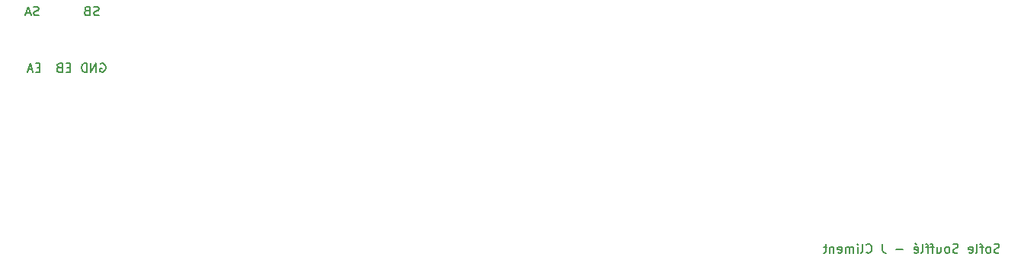
<source format=gbo>
G04 #@! TF.GenerationSoftware,KiCad,Pcbnew,(6.0.2-0)*
G04 #@! TF.CreationDate,2022-02-19T09:24:14+00:00*
G04 #@! TF.ProjectId,SofleKeyboardTopPlate,536f666c-654b-4657-9962-6f617264546f,rev?*
G04 #@! TF.SameCoordinates,Original*
G04 #@! TF.FileFunction,Legend,Bot*
G04 #@! TF.FilePolarity,Positive*
%FSLAX46Y46*%
G04 Gerber Fmt 4.6, Leading zero omitted, Abs format (unit mm)*
G04 Created by KiCad (PCBNEW (6.0.2-0)) date 2022-02-19 09:24:14*
%MOMM*%
%LPD*%
G01*
G04 APERTURE LIST*
%ADD10C,0.200000*%
%ADD11C,0.150000*%
%ADD12C,0.010000*%
%ADD13C,5.100000*%
%ADD14O,3.400000X2.400000*%
%ADD15C,1.924000*%
%ADD16O,1.924000X1.924000*%
%ADD17C,2.400000*%
G04 APERTURE END LIST*
D10*
X206408285Y-128286761D02*
X206265428Y-128334380D01*
X206027333Y-128334380D01*
X205932095Y-128286761D01*
X205884476Y-128239142D01*
X205836857Y-128143904D01*
X205836857Y-128048666D01*
X205884476Y-127953428D01*
X205932095Y-127905809D01*
X206027333Y-127858190D01*
X206217809Y-127810571D01*
X206313047Y-127762952D01*
X206360666Y-127715333D01*
X206408285Y-127620095D01*
X206408285Y-127524857D01*
X206360666Y-127429619D01*
X206313047Y-127382000D01*
X206217809Y-127334380D01*
X205979714Y-127334380D01*
X205836857Y-127382000D01*
X205265428Y-128334380D02*
X205360666Y-128286761D01*
X205408285Y-128239142D01*
X205455904Y-128143904D01*
X205455904Y-127858190D01*
X205408285Y-127762952D01*
X205360666Y-127715333D01*
X205265428Y-127667714D01*
X205122571Y-127667714D01*
X205027333Y-127715333D01*
X204979714Y-127762952D01*
X204932095Y-127858190D01*
X204932095Y-128143904D01*
X204979714Y-128239142D01*
X205027333Y-128286761D01*
X205122571Y-128334380D01*
X205265428Y-128334380D01*
X204646380Y-127667714D02*
X204265428Y-127667714D01*
X204503523Y-128334380D02*
X204503523Y-127477238D01*
X204455904Y-127382000D01*
X204360666Y-127334380D01*
X204265428Y-127334380D01*
X203789238Y-128334380D02*
X203884476Y-128286761D01*
X203932095Y-128191523D01*
X203932095Y-127334380D01*
X203027333Y-128286761D02*
X203122571Y-128334380D01*
X203313047Y-128334380D01*
X203408285Y-128286761D01*
X203455904Y-128191523D01*
X203455904Y-127810571D01*
X203408285Y-127715333D01*
X203313047Y-127667714D01*
X203122571Y-127667714D01*
X203027333Y-127715333D01*
X202979714Y-127810571D01*
X202979714Y-127905809D01*
X203455904Y-128001047D01*
X201836857Y-128286761D02*
X201694000Y-128334380D01*
X201455904Y-128334380D01*
X201360666Y-128286761D01*
X201313047Y-128239142D01*
X201265428Y-128143904D01*
X201265428Y-128048666D01*
X201313047Y-127953428D01*
X201360666Y-127905809D01*
X201455904Y-127858190D01*
X201646380Y-127810571D01*
X201741619Y-127762952D01*
X201789238Y-127715333D01*
X201836857Y-127620095D01*
X201836857Y-127524857D01*
X201789238Y-127429619D01*
X201741619Y-127382000D01*
X201646380Y-127334380D01*
X201408285Y-127334380D01*
X201265428Y-127382000D01*
X200694000Y-128334380D02*
X200789238Y-128286761D01*
X200836857Y-128239142D01*
X200884476Y-128143904D01*
X200884476Y-127858190D01*
X200836857Y-127762952D01*
X200789238Y-127715333D01*
X200694000Y-127667714D01*
X200551142Y-127667714D01*
X200455904Y-127715333D01*
X200408285Y-127762952D01*
X200360666Y-127858190D01*
X200360666Y-128143904D01*
X200408285Y-128239142D01*
X200455904Y-128286761D01*
X200551142Y-128334380D01*
X200694000Y-128334380D01*
X199503523Y-127667714D02*
X199503523Y-128334380D01*
X199932095Y-127667714D02*
X199932095Y-128191523D01*
X199884476Y-128286761D01*
X199789238Y-128334380D01*
X199646380Y-128334380D01*
X199551142Y-128286761D01*
X199503523Y-128239142D01*
X199170190Y-127667714D02*
X198789238Y-127667714D01*
X199027333Y-128334380D02*
X199027333Y-127477238D01*
X198979714Y-127382000D01*
X198884476Y-127334380D01*
X198789238Y-127334380D01*
X198598761Y-127667714D02*
X198217809Y-127667714D01*
X198455904Y-128334380D02*
X198455904Y-127477238D01*
X198408285Y-127382000D01*
X198313047Y-127334380D01*
X198217809Y-127334380D01*
X197741619Y-128334380D02*
X197836857Y-128286761D01*
X197884476Y-128191523D01*
X197884476Y-127334380D01*
X196979714Y-128286761D02*
X197074952Y-128334380D01*
X197265428Y-128334380D01*
X197360666Y-128286761D01*
X197408285Y-128191523D01*
X197408285Y-127810571D01*
X197360666Y-127715333D01*
X197265428Y-127667714D01*
X197074952Y-127667714D01*
X196979714Y-127715333D01*
X196932095Y-127810571D01*
X196932095Y-127905809D01*
X197408285Y-128001047D01*
X197074952Y-127286761D02*
X197217809Y-127429619D01*
X195741619Y-127953428D02*
X194979714Y-127953428D01*
X193455904Y-127334380D02*
X193455904Y-128048666D01*
X193503523Y-128191523D01*
X193598761Y-128286761D01*
X193741619Y-128334380D01*
X193836857Y-128334380D01*
X191646380Y-128239142D02*
X191694000Y-128286761D01*
X191836857Y-128334380D01*
X191932095Y-128334380D01*
X192074952Y-128286761D01*
X192170190Y-128191523D01*
X192217809Y-128096285D01*
X192265428Y-127905809D01*
X192265428Y-127762952D01*
X192217809Y-127572476D01*
X192170190Y-127477238D01*
X192074952Y-127382000D01*
X191932095Y-127334380D01*
X191836857Y-127334380D01*
X191694000Y-127382000D01*
X191646380Y-127429619D01*
X191074952Y-128334380D02*
X191170190Y-128286761D01*
X191217809Y-128191523D01*
X191217809Y-127334380D01*
X190694000Y-128334380D02*
X190694000Y-127667714D01*
X190694000Y-127334380D02*
X190741619Y-127382000D01*
X190694000Y-127429619D01*
X190646380Y-127382000D01*
X190694000Y-127334380D01*
X190694000Y-127429619D01*
X190217809Y-128334380D02*
X190217809Y-127667714D01*
X190217809Y-127762952D02*
X190170190Y-127715333D01*
X190074952Y-127667714D01*
X189932095Y-127667714D01*
X189836857Y-127715333D01*
X189789238Y-127810571D01*
X189789238Y-128334380D01*
X189789238Y-127810571D02*
X189741619Y-127715333D01*
X189646380Y-127667714D01*
X189503523Y-127667714D01*
X189408285Y-127715333D01*
X189360666Y-127810571D01*
X189360666Y-128334380D01*
X188503523Y-128286761D02*
X188598761Y-128334380D01*
X188789238Y-128334380D01*
X188884476Y-128286761D01*
X188932095Y-128191523D01*
X188932095Y-127810571D01*
X188884476Y-127715333D01*
X188789238Y-127667714D01*
X188598761Y-127667714D01*
X188503523Y-127715333D01*
X188455904Y-127810571D01*
X188455904Y-127905809D01*
X188932095Y-128001047D01*
X188027333Y-127667714D02*
X188027333Y-128334380D01*
X188027333Y-127762952D02*
X187979714Y-127715333D01*
X187884476Y-127667714D01*
X187741619Y-127667714D01*
X187646380Y-127715333D01*
X187598761Y-127810571D01*
X187598761Y-128334380D01*
X187265428Y-127667714D02*
X186884476Y-127667714D01*
X187122571Y-127334380D02*
X187122571Y-128191523D01*
X187074952Y-128286761D01*
X186979714Y-128334380D01*
X186884476Y-128334380D01*
D11*
X103185285Y-107673571D02*
X102851952Y-107673571D01*
X102709095Y-108197380D02*
X103185285Y-108197380D01*
X103185285Y-107197380D01*
X102709095Y-107197380D01*
X101947190Y-107673571D02*
X101804333Y-107721190D01*
X101756714Y-107768809D01*
X101709095Y-107864047D01*
X101709095Y-108006904D01*
X101756714Y-108102142D01*
X101804333Y-108149761D01*
X101899571Y-108197380D01*
X102280523Y-108197380D01*
X102280523Y-107197380D01*
X101947190Y-107197380D01*
X101851952Y-107245000D01*
X101804333Y-107292619D01*
X101756714Y-107387857D01*
X101756714Y-107483095D01*
X101804333Y-107578333D01*
X101851952Y-107625952D01*
X101947190Y-107673571D01*
X102280523Y-107673571D01*
X106355714Y-101850761D02*
X106212857Y-101898380D01*
X105974761Y-101898380D01*
X105879523Y-101850761D01*
X105831904Y-101803142D01*
X105784285Y-101707904D01*
X105784285Y-101612666D01*
X105831904Y-101517428D01*
X105879523Y-101469809D01*
X105974761Y-101422190D01*
X106165238Y-101374571D01*
X106260476Y-101326952D01*
X106308095Y-101279333D01*
X106355714Y-101184095D01*
X106355714Y-101088857D01*
X106308095Y-100993619D01*
X106260476Y-100946000D01*
X106165238Y-100898380D01*
X105927142Y-100898380D01*
X105784285Y-100946000D01*
X105022380Y-101374571D02*
X104879523Y-101422190D01*
X104831904Y-101469809D01*
X104784285Y-101565047D01*
X104784285Y-101707904D01*
X104831904Y-101803142D01*
X104879523Y-101850761D01*
X104974761Y-101898380D01*
X105355714Y-101898380D01*
X105355714Y-100898380D01*
X105022380Y-100898380D01*
X104927142Y-100946000D01*
X104879523Y-100993619D01*
X104831904Y-101088857D01*
X104831904Y-101184095D01*
X104879523Y-101279333D01*
X104927142Y-101326952D01*
X105022380Y-101374571D01*
X105355714Y-101374571D01*
X99680285Y-101850761D02*
X99537428Y-101898380D01*
X99299333Y-101898380D01*
X99204095Y-101850761D01*
X99156476Y-101803142D01*
X99108857Y-101707904D01*
X99108857Y-101612666D01*
X99156476Y-101517428D01*
X99204095Y-101469809D01*
X99299333Y-101422190D01*
X99489809Y-101374571D01*
X99585047Y-101326952D01*
X99632666Y-101279333D01*
X99680285Y-101184095D01*
X99680285Y-101088857D01*
X99632666Y-100993619D01*
X99585047Y-100946000D01*
X99489809Y-100898380D01*
X99251714Y-100898380D01*
X99108857Y-100946000D01*
X98727904Y-101612666D02*
X98251714Y-101612666D01*
X98823142Y-101898380D02*
X98489809Y-100898380D01*
X98156476Y-101898380D01*
X106534904Y-107245000D02*
X106630142Y-107197380D01*
X106773000Y-107197380D01*
X106915857Y-107245000D01*
X107011095Y-107340238D01*
X107058714Y-107435476D01*
X107106333Y-107625952D01*
X107106333Y-107768809D01*
X107058714Y-107959285D01*
X107011095Y-108054523D01*
X106915857Y-108149761D01*
X106773000Y-108197380D01*
X106677761Y-108197380D01*
X106534904Y-108149761D01*
X106487285Y-108102142D01*
X106487285Y-107768809D01*
X106677761Y-107768809D01*
X106058714Y-108197380D02*
X106058714Y-107197380D01*
X105487285Y-108197380D01*
X105487285Y-107197380D01*
X105011095Y-108197380D02*
X105011095Y-107197380D01*
X104773000Y-107197380D01*
X104630142Y-107245000D01*
X104534904Y-107340238D01*
X104487285Y-107435476D01*
X104439666Y-107625952D01*
X104439666Y-107768809D01*
X104487285Y-107959285D01*
X104534904Y-108054523D01*
X104630142Y-108149761D01*
X104773000Y-108197380D01*
X105011095Y-108197380D01*
X99811857Y-107673571D02*
X99478523Y-107673571D01*
X99335666Y-108197380D02*
X99811857Y-108197380D01*
X99811857Y-107197380D01*
X99335666Y-107197380D01*
X98954714Y-107911666D02*
X98478523Y-107911666D01*
X99049952Y-108197380D02*
X98716619Y-107197380D01*
X98383285Y-108197380D01*
%LPC*%
D12*
X112355682Y-116856032D02*
X112327434Y-116900878D01*
X112327434Y-116900878D02*
X112296394Y-116970368D01*
X112296394Y-116970368D02*
X112282722Y-117005363D01*
X112282722Y-117005363D02*
X112260156Y-117061544D01*
X112260156Y-117061544D02*
X112239259Y-117107842D01*
X112239259Y-117107842D02*
X112222261Y-117139691D01*
X112222261Y-117139691D02*
X112211388Y-117152526D01*
X112211388Y-117152526D02*
X112210875Y-117152595D01*
X112210875Y-117152595D02*
X112199487Y-117164147D01*
X112199487Y-117164147D02*
X112195008Y-117195160D01*
X112195008Y-117195160D02*
X112195000Y-117196792D01*
X112195000Y-117196792D02*
X112190003Y-117238612D01*
X112190003Y-117238612D02*
X112177730Y-117283809D01*
X112177730Y-117283809D02*
X112175292Y-117290243D01*
X112175292Y-117290243D02*
X112166920Y-117314436D01*
X112166920Y-117314436D02*
X112162574Y-117339074D01*
X112162574Y-117339074D02*
X112162222Y-117370171D01*
X112162222Y-117370171D02*
X112165835Y-117413743D01*
X112165835Y-117413743D02*
X112173384Y-117475805D01*
X112173384Y-117475805D02*
X112174342Y-117483171D01*
X112174342Y-117483171D02*
X112193102Y-117626841D01*
X112193102Y-117626841D02*
X112052128Y-117811995D01*
X112052128Y-117811995D02*
X112007145Y-117871074D01*
X112007145Y-117871074D02*
X111967675Y-117922909D01*
X111967675Y-117922909D02*
X111936213Y-117964224D01*
X111936213Y-117964224D02*
X111915252Y-117991744D01*
X111915252Y-117991744D02*
X111907326Y-118002143D01*
X111907326Y-118002143D02*
X111893296Y-118002137D01*
X111893296Y-118002137D02*
X111861396Y-117995278D01*
X111861396Y-117995278D02*
X111817616Y-117983427D01*
X111817616Y-117983427D02*
X111767942Y-117968447D01*
X111767942Y-117968447D02*
X111718363Y-117952200D01*
X111718363Y-117952200D02*
X111674868Y-117936549D01*
X111674868Y-117936549D02*
X111643444Y-117923356D01*
X111643444Y-117923356D02*
X111631624Y-117916398D01*
X111631624Y-117916398D02*
X111610898Y-117890792D01*
X111610898Y-117890792D02*
X111586151Y-117849920D01*
X111586151Y-117849920D02*
X111561154Y-117801484D01*
X111561154Y-117801484D02*
X111539676Y-117753187D01*
X111539676Y-117753187D02*
X111525489Y-117712730D01*
X111525489Y-117712730D02*
X111521900Y-117692268D01*
X111521900Y-117692268D02*
X111513739Y-117663887D01*
X111513739Y-117663887D02*
X111494361Y-117650151D01*
X111494361Y-117650151D02*
X111471426Y-117655704D01*
X111471426Y-117655704D02*
X111467390Y-117659230D01*
X111467390Y-117659230D02*
X111459289Y-117677419D01*
X111459289Y-117677419D02*
X111468244Y-117698844D01*
X111468244Y-117698844D02*
X111477510Y-117726125D01*
X111477510Y-117726125D02*
X111483078Y-117766532D01*
X111483078Y-117766532D02*
X111483800Y-117786571D01*
X111483800Y-117786571D02*
X111480054Y-117830386D01*
X111480054Y-117830386D02*
X111467299Y-117854353D01*
X111467299Y-117854353D02*
X111443268Y-117858956D01*
X111443268Y-117858956D02*
X111405689Y-117844678D01*
X111405689Y-117844678D02*
X111355155Y-117813918D01*
X111355155Y-117813918D02*
X111310450Y-117784694D01*
X111310450Y-117784694D02*
X111281994Y-117768692D01*
X111281994Y-117768692D02*
X111265243Y-117764548D01*
X111265243Y-117764548D02*
X111255653Y-117770898D01*
X111255653Y-117770898D02*
X111250168Y-117782396D01*
X111250168Y-117782396D02*
X111248387Y-117810223D01*
X111248387Y-117810223D02*
X111267657Y-117824436D01*
X111267657Y-117824436D02*
X111280283Y-117825700D01*
X111280283Y-117825700D02*
X111302777Y-117835822D01*
X111302777Y-117835822D02*
X111330193Y-117861034D01*
X111330193Y-117861034D02*
X111356304Y-117893604D01*
X111356304Y-117893604D02*
X111374882Y-117925800D01*
X111374882Y-117925800D02*
X111379828Y-117949289D01*
X111379828Y-117949289D02*
X111366425Y-117967955D01*
X111366425Y-117967955D02*
X111338210Y-117988072D01*
X111338210Y-117988072D02*
X111303608Y-118005490D01*
X111303608Y-118005490D02*
X111271045Y-118016061D01*
X111271045Y-118016061D02*
X111248945Y-118015635D01*
X111248945Y-118015635D02*
X111247285Y-118014560D01*
X111247285Y-118014560D02*
X111225412Y-118008743D01*
X111225412Y-118008743D02*
X111202731Y-118016223D01*
X111202731Y-118016223D02*
X111191903Y-118032685D01*
X111191903Y-118032685D02*
X111191895Y-118033433D01*
X111191895Y-118033433D02*
X111200263Y-118063269D01*
X111200263Y-118063269D02*
X111221293Y-118073722D01*
X111221293Y-118073722D02*
X111240050Y-118068311D01*
X111240050Y-118068311D02*
X111272059Y-118058136D01*
X111272059Y-118058136D02*
X111312843Y-118053960D01*
X111312843Y-118053960D02*
X111353957Y-118055474D01*
X111353957Y-118055474D02*
X111386955Y-118062373D01*
X111386955Y-118062373D02*
X111403352Y-118074245D01*
X111403352Y-118074245D02*
X111399176Y-118093525D01*
X111399176Y-118093525D02*
X111381006Y-118121735D01*
X111381006Y-118121735D02*
X111354855Y-118152156D01*
X111354855Y-118152156D02*
X111326735Y-118178069D01*
X111326735Y-118178069D02*
X111302659Y-118192755D01*
X111302659Y-118192755D02*
X111296190Y-118194000D01*
X111296190Y-118194000D02*
X111283499Y-118202785D01*
X111283499Y-118202785D02*
X111283030Y-118222531D01*
X111283030Y-118222531D02*
X111292536Y-118243321D01*
X111292536Y-118243321D02*
X111309772Y-118255239D01*
X111309772Y-118255239D02*
X111310076Y-118255299D01*
X111310076Y-118255299D02*
X111332276Y-118249040D01*
X111332276Y-118249040D02*
X111339713Y-118234805D01*
X111339713Y-118234805D02*
X111353838Y-118218503D01*
X111353838Y-118218503D02*
X111385698Y-118196374D01*
X111385698Y-118196374D02*
X111429227Y-118171464D01*
X111429227Y-118171464D02*
X111478362Y-118146819D01*
X111478362Y-118146819D02*
X111527037Y-118125484D01*
X111527037Y-118125484D02*
X111569187Y-118110507D01*
X111569187Y-118110507D02*
X111598304Y-118104933D01*
X111598304Y-118104933D02*
X111621951Y-118106720D01*
X111621951Y-118106720D02*
X111665189Y-118111741D01*
X111665189Y-118111741D02*
X111722515Y-118119294D01*
X111722515Y-118119294D02*
X111788427Y-118128677D01*
X111788427Y-118128677D02*
X111811206Y-118132069D01*
X111811206Y-118132069D02*
X111875814Y-118141436D01*
X111875814Y-118141436D02*
X111930812Y-118148728D01*
X111930812Y-118148728D02*
X111971656Y-118153395D01*
X111971656Y-118153395D02*
X111993802Y-118154888D01*
X111993802Y-118154888D02*
X111996418Y-118154461D01*
X111996418Y-118154461D02*
X112004150Y-118142453D01*
X112004150Y-118142453D02*
X112022703Y-118112898D01*
X112022703Y-118112898D02*
X112049541Y-118069852D01*
X112049541Y-118069852D02*
X112082132Y-118017373D01*
X112082132Y-118017373D02*
X112092967Y-117999887D01*
X112092967Y-117999887D02*
X112126719Y-117946209D01*
X112126719Y-117946209D02*
X112155652Y-117901739D01*
X112155652Y-117901739D02*
X112177250Y-117870227D01*
X112177250Y-117870227D02*
X112188996Y-117855425D01*
X112188996Y-117855425D02*
X112190282Y-117854847D01*
X112190282Y-117854847D02*
X112190779Y-117868252D01*
X112190779Y-117868252D02*
X112189775Y-117903575D01*
X112189775Y-117903575D02*
X112187431Y-117957393D01*
X112187431Y-117957393D02*
X112183908Y-118026278D01*
X112183908Y-118026278D02*
X112179370Y-118106805D01*
X112179370Y-118106805D02*
X112174805Y-118182310D01*
X112174805Y-118182310D02*
X112154707Y-118505150D01*
X112154707Y-118505150D02*
X112282765Y-118750899D01*
X112282765Y-118750899D02*
X112319854Y-118823453D01*
X112319854Y-118823453D02*
X112351926Y-118888857D01*
X112351926Y-118888857D02*
X112377395Y-118943654D01*
X112377395Y-118943654D02*
X112394679Y-118984389D01*
X112394679Y-118984389D02*
X112402192Y-119007605D01*
X112402192Y-119007605D02*
X112402086Y-119011249D01*
X112402086Y-119011249D02*
X112392350Y-119025371D01*
X112392350Y-119025371D02*
X112369897Y-119056880D01*
X112369897Y-119056880D02*
X112336981Y-119102643D01*
X112336981Y-119102643D02*
X112295858Y-119159531D01*
X112295858Y-119159531D02*
X112248783Y-119224410D01*
X112248783Y-119224410D02*
X112224070Y-119258386D01*
X112224070Y-119258386D02*
X112175262Y-119325707D01*
X112175262Y-119325707D02*
X112131707Y-119386305D01*
X112131707Y-119386305D02*
X112095569Y-119437125D01*
X112095569Y-119437125D02*
X112069013Y-119475114D01*
X112069013Y-119475114D02*
X112054203Y-119497217D01*
X112054203Y-119497217D02*
X112051872Y-119501381D01*
X112051872Y-119501381D02*
X112060814Y-119511580D01*
X112060814Y-119511580D02*
X112087480Y-119534363D01*
X112087480Y-119534363D02*
X112128993Y-119567460D01*
X112128993Y-119567460D02*
X112182475Y-119608601D01*
X112182475Y-119608601D02*
X112245047Y-119655513D01*
X112245047Y-119655513D02*
X112277550Y-119679476D01*
X112277550Y-119679476D02*
X112343842Y-119728368D01*
X112343842Y-119728368D02*
X112402882Y-119772442D01*
X112402882Y-119772442D02*
X112451696Y-119809436D01*
X112451696Y-119809436D02*
X112487314Y-119837088D01*
X112487314Y-119837088D02*
X112506763Y-119853136D01*
X112506763Y-119853136D02*
X112509476Y-119856032D01*
X112509476Y-119856032D02*
X112502229Y-119869292D01*
X112502229Y-119869292D02*
X112478520Y-119890562D01*
X112478520Y-119890562D02*
X112444225Y-119915763D01*
X112444225Y-119915763D02*
X112405223Y-119940821D01*
X112405223Y-119940821D02*
X112367392Y-119961657D01*
X112367392Y-119961657D02*
X112341050Y-119972839D01*
X112341050Y-119972839D02*
X112295164Y-119981922D01*
X112295164Y-119981922D02*
X112229106Y-119986321D01*
X112229106Y-119986321D02*
X112163250Y-119986175D01*
X112163250Y-119986175D02*
X112102093Y-119983721D01*
X112102093Y-119983721D02*
X112060724Y-119979641D01*
X112060724Y-119979641D02*
X112033538Y-119972895D01*
X112033538Y-119972895D02*
X112014930Y-119962443D01*
X112014930Y-119962443D02*
X112009285Y-119957604D01*
X112009285Y-119957604D02*
X111988698Y-119941050D01*
X111988698Y-119941050D02*
X111974432Y-119942003D01*
X111974432Y-119942003D02*
X111960929Y-119953885D01*
X111960929Y-119953885D02*
X111946905Y-119977517D01*
X111946905Y-119977517D02*
X111946620Y-119993726D01*
X111946620Y-119993726D02*
X111952957Y-120013187D01*
X111952957Y-120013187D02*
X111953700Y-120017488D01*
X111953700Y-120017488D02*
X111964769Y-120021205D01*
X111964769Y-120021205D02*
X111991469Y-120022798D01*
X111991469Y-120022798D02*
X111992223Y-120022800D01*
X111992223Y-120022800D02*
X112025523Y-120028577D01*
X112025523Y-120028577D02*
X112068650Y-120043359D01*
X112068650Y-120043359D02*
X112094607Y-120055161D01*
X112094607Y-120055161D02*
X112131477Y-120075540D01*
X112131477Y-120075540D02*
X112149957Y-120092044D01*
X112149957Y-120092044D02*
X112155187Y-120110357D01*
X112155187Y-120110357D02*
X112154510Y-120121379D01*
X112154510Y-120121379D02*
X112146345Y-120144615D01*
X112146345Y-120144615D02*
X112124546Y-120166699D01*
X112124546Y-120166699D02*
X112084248Y-120192414D01*
X112084248Y-120192414D02*
X112079502Y-120195095D01*
X112079502Y-120195095D02*
X112036605Y-120217607D01*
X112036605Y-120217607D02*
X111997828Y-120235330D01*
X111997828Y-120235330D02*
X111976128Y-120243067D01*
X111976128Y-120243067D02*
X111945914Y-120259217D01*
X111945914Y-120259217D02*
X111933520Y-120283960D01*
X111933520Y-120283960D02*
X111942336Y-120310159D01*
X111942336Y-120310159D02*
X111967264Y-120325852D01*
X111967264Y-120325852D02*
X111993412Y-120323340D01*
X111993412Y-120323340D02*
X112010396Y-120303630D01*
X112010396Y-120303630D02*
X112010420Y-120303557D01*
X112010420Y-120303557D02*
X112022561Y-120287989D01*
X112022561Y-120287989D02*
X112050766Y-120275518D01*
X112050766Y-120275518D02*
X112099650Y-120264119D01*
X112099650Y-120264119D02*
X112100811Y-120263899D01*
X112100811Y-120263899D02*
X112145800Y-120256096D01*
X112145800Y-120256096D02*
X112172854Y-120254285D01*
X112172854Y-120254285D02*
X112188851Y-120259023D01*
X112188851Y-120259023D02*
X112200666Y-120270867D01*
X112200666Y-120270867D02*
X112201582Y-120272067D01*
X112201582Y-120272067D02*
X112213588Y-120291540D01*
X112213588Y-120291540D02*
X112218914Y-120313828D01*
X112218914Y-120313828D02*
X112218224Y-120346397D01*
X112218224Y-120346397D02*
X112212471Y-120394609D01*
X112212471Y-120394609D02*
X112203295Y-120435200D01*
X112203295Y-120435200D02*
X112188566Y-120455337D01*
X112188566Y-120455337D02*
X112180693Y-120458700D01*
X112180693Y-120458700D02*
X112164346Y-120468329D01*
X112164346Y-120468329D02*
X112165827Y-120489066D01*
X112165827Y-120489066D02*
X112167780Y-120494693D01*
X112167780Y-120494693D02*
X112186482Y-120521723D01*
X112186482Y-120521723D02*
X112210416Y-120529086D01*
X112210416Y-120529086D02*
X112231892Y-120516570D01*
X112231892Y-120516570D02*
X112241142Y-120496699D01*
X112241142Y-120496699D02*
X112251467Y-120464443D01*
X112251467Y-120464443D02*
X112268004Y-120421388D01*
X112268004Y-120421388D02*
X112278801Y-120395925D01*
X112278801Y-120395925D02*
X112300506Y-120354148D01*
X112300506Y-120354148D02*
X112321600Y-120331869D01*
X112321600Y-120331869D02*
X112340093Y-120324674D01*
X112340093Y-120324674D02*
X112358062Y-120323182D01*
X112358062Y-120323182D02*
X112370576Y-120330440D01*
X112370576Y-120330440D02*
X112381448Y-120351456D01*
X112381448Y-120351456D02*
X112394491Y-120391235D01*
X112394491Y-120391235D02*
X112396923Y-120399305D01*
X112396923Y-120399305D02*
X112408485Y-120445116D01*
X112408485Y-120445116D02*
X112414604Y-120484470D01*
X112414604Y-120484470D02*
X112414219Y-120506780D01*
X112414219Y-120506780D02*
X112416364Y-120534634D01*
X112416364Y-120534634D02*
X112434007Y-120551417D01*
X112434007Y-120551417D02*
X112458559Y-120554110D01*
X112458559Y-120554110D02*
X112481427Y-120539697D01*
X112481427Y-120539697D02*
X112486387Y-120532133D01*
X112486387Y-120532133D02*
X112491642Y-120507782D01*
X112491642Y-120507782D02*
X112479148Y-120491370D01*
X112479148Y-120491370D02*
X112470189Y-120480222D01*
X112470189Y-120480222D02*
X112465115Y-120461795D01*
X112465115Y-120461795D02*
X112463549Y-120431159D01*
X112463549Y-120431159D02*
X112465114Y-120383383D01*
X112465114Y-120383383D02*
X112467631Y-120340811D01*
X112467631Y-120340811D02*
X112471137Y-120290646D01*
X112471137Y-120290646D02*
X112475783Y-120250358D01*
X112475783Y-120250358D02*
X112483652Y-120215756D01*
X112483652Y-120215756D02*
X112496827Y-120182648D01*
X112496827Y-120182648D02*
X112517389Y-120146843D01*
X112517389Y-120146843D02*
X112547422Y-120104149D01*
X112547422Y-120104149D02*
X112589009Y-120050374D01*
X112589009Y-120050374D02*
X112644233Y-119981327D01*
X112644233Y-119981327D02*
X112649522Y-119974744D01*
X112649522Y-119974744D02*
X112681207Y-119936556D01*
X112681207Y-119936556D02*
X112705419Y-119907072D01*
X112705419Y-119907072D02*
X112720940Y-119883175D01*
X112720940Y-119883175D02*
X112726555Y-119861746D01*
X112726555Y-119861746D02*
X112721048Y-119839667D01*
X112721048Y-119839667D02*
X112703202Y-119813818D01*
X112703202Y-119813818D02*
X112671802Y-119781081D01*
X112671802Y-119781081D02*
X112625632Y-119738338D01*
X112625632Y-119738338D02*
X112563475Y-119682471D01*
X112563475Y-119682471D02*
X112520352Y-119643490D01*
X112520352Y-119643490D02*
X112344054Y-119483215D01*
X112344054Y-119483215D02*
X112449117Y-119384707D01*
X112449117Y-119384707D02*
X112491554Y-119345541D01*
X112491554Y-119345541D02*
X112527210Y-119313801D01*
X112527210Y-119313801D02*
X112552078Y-119292976D01*
X112552078Y-119292976D02*
X112561916Y-119286448D01*
X112561916Y-119286448D02*
X112571460Y-119296630D01*
X112571460Y-119296630D02*
X112591102Y-119323920D01*
X112591102Y-119323920D02*
X112617673Y-119363764D01*
X112617673Y-119363764D02*
X112639034Y-119397224D01*
X112639034Y-119397224D02*
X112698092Y-119480294D01*
X112698092Y-119480294D02*
X112772742Y-119568610D01*
X112772742Y-119568610D02*
X112856314Y-119655183D01*
X112856314Y-119655183D02*
X112942140Y-119733026D01*
X112942140Y-119733026D02*
X113009686Y-119785560D01*
X113009686Y-119785560D02*
X113079406Y-119829960D01*
X113079406Y-119829960D02*
X113162824Y-119875371D01*
X113162824Y-119875371D02*
X113251379Y-119917697D01*
X113251379Y-119917697D02*
X113336512Y-119952837D01*
X113336512Y-119952837D02*
X113407850Y-119976214D01*
X113407850Y-119976214D02*
X113493598Y-119994799D01*
X113493598Y-119994799D02*
X113590428Y-120008921D01*
X113590428Y-120008921D02*
X113688482Y-120017588D01*
X113688482Y-120017588D02*
X113777897Y-120019808D01*
X113777897Y-120019808D02*
X113821133Y-120017816D01*
X113821133Y-120017816D02*
X113973028Y-119992813D01*
X113973028Y-119992813D02*
X114119582Y-119944030D01*
X114119582Y-119944030D02*
X114258703Y-119872877D01*
X114258703Y-119872877D02*
X114388298Y-119780765D01*
X114388298Y-119780765D02*
X114506276Y-119669106D01*
X114506276Y-119669106D02*
X114610546Y-119539309D01*
X114610546Y-119539309D02*
X114670517Y-119444950D01*
X114670517Y-119444950D02*
X114699790Y-119394150D01*
X114699790Y-119394150D02*
X114664554Y-119438600D01*
X114664554Y-119438600D02*
X114621556Y-119488400D01*
X114621556Y-119488400D02*
X114566239Y-119546071D01*
X114566239Y-119546071D02*
X114504225Y-119606340D01*
X114504225Y-119606340D02*
X114441138Y-119663931D01*
X114441138Y-119663931D02*
X114382601Y-119713569D01*
X114382601Y-119713569D02*
X114334237Y-119749981D01*
X114334237Y-119749981D02*
X114328600Y-119753721D01*
X114328600Y-119753721D02*
X114202176Y-119822651D01*
X114202176Y-119822651D02*
X114069029Y-119870911D01*
X114069029Y-119870911D02*
X113932949Y-119897852D01*
X113932949Y-119897852D02*
X113797726Y-119902823D01*
X113797726Y-119902823D02*
X113667149Y-119885173D01*
X113667149Y-119885173D02*
X113626045Y-119874369D01*
X113626045Y-119874369D02*
X113546275Y-119845860D01*
X113546275Y-119845860D02*
X113456007Y-119805771D01*
X113456007Y-119805771D02*
X113364416Y-119758592D01*
X113364416Y-119758592D02*
X113280675Y-119708812D01*
X113280675Y-119708812D02*
X113260663Y-119695550D01*
X113260663Y-119695550D02*
X113192204Y-119645689D01*
X113192204Y-119645689D02*
X113130883Y-119593145D01*
X113130883Y-119593145D02*
X113073659Y-119534288D01*
X113073659Y-119534288D02*
X113017488Y-119465490D01*
X113017488Y-119465490D02*
X112959330Y-119383122D01*
X112959330Y-119383122D02*
X112896141Y-119283556D01*
X112896141Y-119283556D02*
X112848846Y-119204344D01*
X112848846Y-119204344D02*
X112774800Y-119078039D01*
X112774800Y-119078039D02*
X112894475Y-118966936D01*
X112894475Y-118966936D02*
X112939251Y-118926694D01*
X112939251Y-118926694D02*
X112976949Y-118895325D01*
X112976949Y-118895325D02*
X113004049Y-118875572D01*
X113004049Y-118875572D02*
X113017033Y-118870175D01*
X113017033Y-118870175D02*
X113017612Y-118870991D01*
X113017612Y-118870991D02*
X113020064Y-118888795D01*
X113020064Y-118888795D02*
X113024286Y-118926592D01*
X113024286Y-118926592D02*
X113029716Y-118979084D01*
X113029716Y-118979084D02*
X113035788Y-119040971D01*
X113035788Y-119040971D02*
X113036662Y-119050129D01*
X113036662Y-119050129D02*
X113052250Y-119214109D01*
X113052250Y-119214109D02*
X113256052Y-119017576D01*
X113256052Y-119017576D02*
X113325065Y-118951500D01*
X113325065Y-118951500D02*
X113379106Y-118901121D01*
X113379106Y-118901121D02*
X113421080Y-118864089D01*
X113421080Y-118864089D02*
X113453893Y-118838058D01*
X113453893Y-118838058D02*
X113480450Y-118820680D01*
X113480450Y-118820680D02*
X113503657Y-118809608D01*
X113503657Y-118809608D02*
X113520249Y-118804132D01*
X113520249Y-118804132D02*
X113565900Y-118796084D01*
X113565900Y-118796084D02*
X113622441Y-118792868D01*
X113622441Y-118792868D02*
X113682859Y-118794064D01*
X113682859Y-118794064D02*
X113740143Y-118799253D01*
X113740143Y-118799253D02*
X113787281Y-118808016D01*
X113787281Y-118808016D02*
X113817263Y-118819934D01*
X113817263Y-118819934D02*
X113819931Y-118822043D01*
X113819931Y-118822043D02*
X113840564Y-118834646D01*
X113840564Y-118834646D02*
X113861041Y-118827093D01*
X113861041Y-118827093D02*
X113864144Y-118824883D01*
X113864144Y-118824883D02*
X113881869Y-118800751D01*
X113881869Y-118800751D02*
X113879059Y-118776377D01*
X113879059Y-118776377D02*
X113858259Y-118760520D01*
X113858259Y-118760520D02*
X113844849Y-118758509D01*
X113844849Y-118758509D02*
X113814992Y-118753155D01*
X113814992Y-118753155D02*
X113774757Y-118740243D01*
X113774757Y-118740243D02*
X113732521Y-118723207D01*
X113732521Y-118723207D02*
X113696660Y-118705477D01*
X113696660Y-118705477D02*
X113675549Y-118690486D01*
X113675549Y-118690486D02*
X113674079Y-118688536D01*
X113674079Y-118688536D02*
X113668706Y-118658468D01*
X113668706Y-118658468D02*
X113688487Y-118626683D01*
X113688487Y-118626683D02*
X113733246Y-118593400D01*
X113733246Y-118593400D02*
X113759846Y-118578828D01*
X113759846Y-118578828D02*
X113803133Y-118557441D01*
X113803133Y-118557441D02*
X113839810Y-118540466D01*
X113839810Y-118540466D02*
X113861875Y-118531602D01*
X113861875Y-118531602D02*
X113880089Y-118515337D01*
X113880089Y-118515337D02*
X113882620Y-118488868D01*
X113882620Y-118488868D02*
X113868860Y-118463239D01*
X113868860Y-118463239D02*
X113843202Y-118448845D01*
X113843202Y-118448845D02*
X113822284Y-118457471D01*
X113822284Y-118457471D02*
X113814715Y-118471935D01*
X113814715Y-118471935D02*
X113799035Y-118489818D01*
X113799035Y-118489818D02*
X113762346Y-118506069D01*
X113762346Y-118506069D02*
X113728134Y-118515859D01*
X113728134Y-118515859D02*
X113684794Y-118526226D01*
X113684794Y-118526226D02*
X113658505Y-118529600D01*
X113658505Y-118529600D02*
X113641810Y-118525658D01*
X113641810Y-118525658D02*
X113627251Y-118514075D01*
X113627251Y-118514075D02*
X113624477Y-118511347D01*
X113624477Y-118511347D02*
X113607729Y-118479710D01*
X113607729Y-118479710D02*
X113601282Y-118435250D01*
X113601282Y-118435250D02*
X113604785Y-118388065D01*
X113604785Y-118388065D02*
X113617888Y-118348249D01*
X113617888Y-118348249D02*
X113630713Y-118331664D01*
X113630713Y-118331664D02*
X113652731Y-118302124D01*
X113652731Y-118302124D02*
X113650593Y-118273306D01*
X113650593Y-118273306D02*
X113641730Y-118261509D01*
X113641730Y-118261509D02*
X113619197Y-118252544D01*
X113619197Y-118252544D02*
X113594720Y-118258461D01*
X113594720Y-118258461D02*
X113580057Y-118275549D01*
X113580057Y-118275549D02*
X113579302Y-118281206D01*
X113579302Y-118281206D02*
X113574439Y-118302947D01*
X113574439Y-118302947D02*
X113561716Y-118339628D01*
X113561716Y-118339628D02*
X113544726Y-118381325D01*
X113544726Y-118381325D02*
X113524687Y-118424297D01*
X113524687Y-118424297D02*
X113508789Y-118448435D01*
X113508789Y-118448435D02*
X113492673Y-118458838D01*
X113492673Y-118458838D02*
X113476885Y-118460700D01*
X113476885Y-118460700D02*
X113457593Y-118458006D01*
X113457593Y-118458006D02*
X113443971Y-118446183D01*
X113443971Y-118446183D02*
X113431837Y-118419615D01*
X113431837Y-118419615D02*
X113420835Y-118385438D01*
X113420835Y-118385438D02*
X113409711Y-118340956D01*
X113409711Y-118340956D02*
X113404255Y-118302878D01*
X113404255Y-118302878D02*
X113404978Y-118283672D01*
X113404978Y-118283672D02*
X113402173Y-118256694D01*
X113402173Y-118256694D02*
X113383489Y-118240385D01*
X113383489Y-118240385D02*
X113357696Y-118239270D01*
X113357696Y-118239270D02*
X113339942Y-118250115D01*
X113339942Y-118250115D02*
X113326497Y-118270616D01*
X113326497Y-118270616D02*
X113333492Y-118293045D01*
X113333492Y-118293045D02*
X113335074Y-118295632D01*
X113335074Y-118295632D02*
X113343015Y-118322301D01*
X113343015Y-118322301D02*
X113348323Y-118370609D01*
X113348323Y-118370609D02*
X113350631Y-118436894D01*
X113350631Y-118436894D02*
X113350700Y-118452131D01*
X113350700Y-118452131D02*
X113350700Y-118583608D01*
X113350700Y-118583608D02*
X113252542Y-118719758D01*
X113252542Y-118719758D02*
X113216737Y-118769889D01*
X113216737Y-118769889D02*
X113189930Y-118805877D01*
X113189930Y-118805877D02*
X113170377Y-118826241D01*
X113170377Y-118826241D02*
X113156338Y-118829498D01*
X113156338Y-118829498D02*
X113146070Y-118814168D01*
X113146070Y-118814168D02*
X113137831Y-118778767D01*
X113137831Y-118778767D02*
X113129880Y-118721814D01*
X113129880Y-118721814D02*
X113120474Y-118641826D01*
X113120474Y-118641826D02*
X113115977Y-118603575D01*
X113115977Y-118603575D02*
X113107573Y-118536901D01*
X113107573Y-118536901D02*
X113099524Y-118480172D01*
X113099524Y-118480172D02*
X113092513Y-118437697D01*
X113092513Y-118437697D02*
X113087224Y-118413783D01*
X113087224Y-118413783D02*
X113085292Y-118410104D01*
X113085292Y-118410104D02*
X113073972Y-118418297D01*
X113073972Y-118418297D02*
X113046830Y-118441038D01*
X113046830Y-118441038D02*
X113006816Y-118475761D01*
X113006816Y-118475761D02*
X112956878Y-118519903D01*
X112956878Y-118519903D02*
X112899965Y-118570897D01*
X112899965Y-118570897D02*
X112888185Y-118581530D01*
X112888185Y-118581530D02*
X112830615Y-118633288D01*
X112830615Y-118633288D02*
X112779808Y-118678453D01*
X112779808Y-118678453D02*
X112738619Y-118714530D01*
X112738619Y-118714530D02*
X112709903Y-118739023D01*
X112709903Y-118739023D02*
X112696515Y-118749436D01*
X112696515Y-118749436D02*
X112695917Y-118749601D01*
X112695917Y-118749601D02*
X112695669Y-118736505D01*
X112695669Y-118736505D02*
X112696909Y-118702703D01*
X112696909Y-118702703D02*
X112699419Y-118652832D01*
X112699419Y-118652832D02*
X112702982Y-118591527D01*
X112702982Y-118591527D02*
X112704411Y-118568650D01*
X112704411Y-118568650D02*
X112707971Y-118500195D01*
X112707971Y-118500195D02*
X112709378Y-118435160D01*
X112709378Y-118435160D02*
X112708458Y-118367824D01*
X112708458Y-118367824D02*
X112705035Y-118292471D01*
X112705035Y-118292471D02*
X112698936Y-118203382D01*
X112698936Y-118203382D02*
X112689984Y-118094839D01*
X112689984Y-118094839D02*
X112689899Y-118093862D01*
X112689899Y-118093862D02*
X112682780Y-118009940D01*
X112682780Y-118009940D02*
X112676745Y-117934878D01*
X112676745Y-117934878D02*
X112672052Y-117872233D01*
X112672052Y-117872233D02*
X112668960Y-117825560D01*
X112668960Y-117825560D02*
X112667727Y-117798417D01*
X112667727Y-117798417D02*
X112668012Y-117792954D01*
X112668012Y-117792954D02*
X112679911Y-117797274D01*
X112679911Y-117797274D02*
X112709534Y-117811906D01*
X112709534Y-117811906D02*
X112752527Y-117834606D01*
X112752527Y-117834606D02*
X112804535Y-117863130D01*
X112804535Y-117863130D02*
X112809083Y-117865667D01*
X112809083Y-117865667D02*
X112861551Y-117894523D01*
X112861551Y-117894523D02*
X112905275Y-117917695D01*
X112905275Y-117917695D02*
X112935931Y-117932956D01*
X112935931Y-117932956D02*
X112949197Y-117938078D01*
X112949197Y-117938078D02*
X112949384Y-117937975D01*
X112949384Y-117937975D02*
X112969673Y-117912222D01*
X112969673Y-117912222D02*
X113001600Y-117874131D01*
X113001600Y-117874131D02*
X113041851Y-117827416D01*
X113041851Y-117827416D02*
X113087114Y-117775791D01*
X113087114Y-117775791D02*
X113134074Y-117722970D01*
X113134074Y-117722970D02*
X113179420Y-117672667D01*
X113179420Y-117672667D02*
X113219837Y-117628596D01*
X113219837Y-117628596D02*
X113252012Y-117594470D01*
X113252012Y-117594470D02*
X113272633Y-117574004D01*
X113272633Y-117574004D02*
X113277628Y-117570026D01*
X113277628Y-117570026D02*
X113320934Y-117550180D01*
X113320934Y-117550180D02*
X113371328Y-117532003D01*
X113371328Y-117532003D02*
X113421920Y-117517384D01*
X113421920Y-117517384D02*
X113465821Y-117508210D01*
X113465821Y-117508210D02*
X113496143Y-117506370D01*
X113496143Y-117506370D02*
X113503142Y-117508222D01*
X113503142Y-117508222D02*
X113528121Y-117510383D01*
X113528121Y-117510383D02*
X113546990Y-117495098D01*
X113546990Y-117495098D02*
X113551323Y-117470218D01*
X113551323Y-117470218D02*
X113549724Y-117464834D01*
X113549724Y-117464834D02*
X113540761Y-117455451D01*
X113540761Y-117455451D02*
X113519816Y-117451194D01*
X113519816Y-117451194D02*
X113481833Y-117451504D01*
X113481833Y-117451504D02*
X113448626Y-117453660D01*
X113448626Y-117453660D02*
X113400423Y-117456864D01*
X113400423Y-117456864D02*
X113371705Y-117456548D01*
X113371705Y-117456548D02*
X113356653Y-117451407D01*
X113356653Y-117451407D02*
X113349447Y-117440136D01*
X113349447Y-117440136D02*
X113346706Y-117430797D01*
X113346706Y-117430797D02*
X113345787Y-117402641D01*
X113345787Y-117402641D02*
X113359215Y-117371205D01*
X113359215Y-117371205D02*
X113389369Y-117332287D01*
X113389369Y-117332287D02*
X113421694Y-117298352D01*
X113421694Y-117298352D02*
X113450510Y-117262940D01*
X113450510Y-117262940D02*
X113459254Y-117235914D01*
X113459254Y-117235914D02*
X113447760Y-117219707D01*
X113447760Y-117219707D02*
X113427299Y-117216100D01*
X113427299Y-117216100D02*
X113405594Y-117224952D01*
X113405594Y-117224952D02*
X113401478Y-117238325D01*
X113401478Y-117238325D02*
X113390728Y-117259368D01*
X113390728Y-117259368D02*
X113363809Y-117283479D01*
X113363809Y-117283479D02*
X113328663Y-117305735D01*
X113328663Y-117305735D02*
X113293235Y-117321215D01*
X113293235Y-117321215D02*
X113265464Y-117325000D01*
X113265464Y-117325000D02*
X113262673Y-117324326D01*
X113262673Y-117324326D02*
X113242541Y-117306677D01*
X113242541Y-117306677D02*
X113225212Y-117273074D01*
X113225212Y-117273074D02*
X113213625Y-117232960D01*
X113213625Y-117232960D02*
X113210722Y-117195780D01*
X113210722Y-117195780D02*
X113216225Y-117175141D01*
X113216225Y-117175141D02*
X113222240Y-117150657D01*
X113222240Y-117150657D02*
X113214711Y-117138530D01*
X113214711Y-117138530D02*
X113191824Y-117128958D01*
X113191824Y-117128958D02*
X113171085Y-117138782D01*
X113171085Y-117138782D02*
X113161517Y-117162944D01*
X113161517Y-117162944D02*
X113161663Y-117168273D01*
X113161663Y-117168273D02*
X113162747Y-117197843D01*
X113162747Y-117197843D02*
X113162672Y-117240178D01*
X113162672Y-117240178D02*
X113162176Y-117262243D01*
X113162176Y-117262243D02*
X113159076Y-117302675D01*
X113159076Y-117302675D02*
X113151331Y-117324301D01*
X113151331Y-117324301D02*
X113136545Y-117333617D01*
X113136545Y-117333617D02*
X113135767Y-117333826D01*
X113135767Y-117333826D02*
X113113212Y-117328149D01*
X113113212Y-117328149D02*
X113085007Y-117305866D01*
X113085007Y-117305866D02*
X113056873Y-117273085D01*
X113056873Y-117273085D02*
X113034534Y-117235913D01*
X113034534Y-117235913D02*
X113027565Y-117218350D01*
X113027565Y-117218350D02*
X113012069Y-117195779D01*
X113012069Y-117195779D02*
X112990964Y-117193134D01*
X112990964Y-117193134D02*
X112967547Y-117204634D01*
X112967547Y-117204634D02*
X112959679Y-117224096D01*
X112959679Y-117224096D02*
X112969457Y-117242056D01*
X112969457Y-117242056D02*
X112979070Y-117246792D01*
X112979070Y-117246792D02*
X112993615Y-117261956D01*
X112993615Y-117261956D02*
X113011483Y-117295496D01*
X113011483Y-117295496D02*
X113030371Y-117341017D01*
X113030371Y-117341017D02*
X113047975Y-117392127D01*
X113047975Y-117392127D02*
X113061991Y-117442432D01*
X113061991Y-117442432D02*
X113070115Y-117485538D01*
X113070115Y-117485538D02*
X113071248Y-117502606D01*
X113071248Y-117502606D02*
X113063347Y-117534520D01*
X113063347Y-117534520D02*
X113040771Y-117582604D01*
X113040771Y-117582604D02*
X113005112Y-117643517D01*
X113005112Y-117643517D02*
X113000770Y-117650371D01*
X113000770Y-117650371D02*
X112930345Y-117760792D01*
X112930345Y-117760792D02*
X112794448Y-117689703D01*
X112794448Y-117689703D02*
X112740962Y-117661472D01*
X112740962Y-117661472D02*
X112695738Y-117637129D01*
X112695738Y-117637129D02*
X112663536Y-117619270D01*
X112663536Y-117619270D02*
X112649119Y-117610489D01*
X112649119Y-117610489D02*
X112649111Y-117610482D01*
X112649111Y-117610482D02*
X112646221Y-117595248D01*
X112646221Y-117595248D02*
X112645666Y-117560246D01*
X112645666Y-117560246D02*
X112647395Y-117510997D01*
X112647395Y-117510997D02*
X112650489Y-117463748D01*
X112650489Y-117463748D02*
X112654900Y-117399974D01*
X112654900Y-117399974D02*
X112656095Y-117355072D01*
X112656095Y-117355072D02*
X112653653Y-117322671D01*
X112653653Y-117322671D02*
X112647156Y-117296398D01*
X112647156Y-117296398D02*
X112637982Y-117273798D01*
X112637982Y-117273798D02*
X112623004Y-117231579D01*
X112623004Y-117231579D02*
X112614856Y-117190687D01*
X112614856Y-117190687D02*
X112614379Y-117182106D01*
X112614379Y-117182106D02*
X112608030Y-117148906D01*
X112608030Y-117148906D02*
X112594070Y-117137656D01*
X112594070Y-117137656D02*
X112580731Y-117124905D01*
X112580731Y-117124905D02*
X112560123Y-117093243D01*
X112560123Y-117093243D02*
X112534912Y-117047136D01*
X112534912Y-117047136D02*
X112511984Y-117000200D01*
X112511984Y-117000200D02*
X112473293Y-116922369D01*
X112473293Y-116922369D02*
X112439944Y-116869000D01*
X112439944Y-116869000D02*
X112410310Y-116840130D01*
X112410310Y-116840130D02*
X112382765Y-116835795D01*
X112382765Y-116835795D02*
X112355682Y-116856032D01*
X112355682Y-116856032D02*
X112355682Y-116856032D01*
G36*
X112410310Y-116840130D02*
G01*
X112439944Y-116869000D01*
X112473293Y-116922369D01*
X112511984Y-117000200D01*
X112534912Y-117047136D01*
X112560123Y-117093243D01*
X112580731Y-117124905D01*
X112594070Y-117137656D01*
X112608030Y-117148906D01*
X112614379Y-117182106D01*
X112614856Y-117190687D01*
X112623004Y-117231579D01*
X112637982Y-117273798D01*
X112647156Y-117296398D01*
X112653653Y-117322671D01*
X112656095Y-117355072D01*
X112654900Y-117399974D01*
X112650489Y-117463748D01*
X112647395Y-117510997D01*
X112645666Y-117560246D01*
X112646221Y-117595248D01*
X112649111Y-117610482D01*
X112649119Y-117610489D01*
X112663536Y-117619270D01*
X112695738Y-117637129D01*
X112740962Y-117661472D01*
X112794448Y-117689703D01*
X112930345Y-117760792D01*
X113000770Y-117650371D01*
X113005112Y-117643517D01*
X113040771Y-117582604D01*
X113063347Y-117534520D01*
X113071248Y-117502606D01*
X113070115Y-117485538D01*
X113061991Y-117442432D01*
X113047975Y-117392127D01*
X113030371Y-117341017D01*
X113011483Y-117295496D01*
X112993615Y-117261956D01*
X112979070Y-117246792D01*
X112969457Y-117242056D01*
X112959679Y-117224096D01*
X112967547Y-117204634D01*
X112990964Y-117193134D01*
X113012069Y-117195779D01*
X113027565Y-117218350D01*
X113034534Y-117235913D01*
X113056873Y-117273085D01*
X113085007Y-117305866D01*
X113113212Y-117328149D01*
X113135767Y-117333826D01*
X113136545Y-117333617D01*
X113151331Y-117324301D01*
X113159076Y-117302675D01*
X113162176Y-117262243D01*
X113162672Y-117240178D01*
X113162747Y-117197843D01*
X113161663Y-117168273D01*
X113161517Y-117162944D01*
X113171085Y-117138782D01*
X113191824Y-117128958D01*
X113214711Y-117138530D01*
X113222240Y-117150657D01*
X113216225Y-117175141D01*
X113210722Y-117195780D01*
X113213625Y-117232960D01*
X113225212Y-117273074D01*
X113242541Y-117306677D01*
X113262673Y-117324326D01*
X113265464Y-117325000D01*
X113293235Y-117321215D01*
X113328663Y-117305735D01*
X113363809Y-117283479D01*
X113390728Y-117259368D01*
X113401478Y-117238325D01*
X113405594Y-117224952D01*
X113427299Y-117216100D01*
X113447760Y-117219707D01*
X113459254Y-117235914D01*
X113450510Y-117262940D01*
X113421694Y-117298352D01*
X113389369Y-117332287D01*
X113359215Y-117371205D01*
X113345787Y-117402641D01*
X113346706Y-117430797D01*
X113349447Y-117440136D01*
X113356653Y-117451407D01*
X113371705Y-117456548D01*
X113400423Y-117456864D01*
X113448626Y-117453660D01*
X113481833Y-117451504D01*
X113519816Y-117451194D01*
X113540761Y-117455451D01*
X113549724Y-117464834D01*
X113551323Y-117470218D01*
X113546990Y-117495098D01*
X113528121Y-117510383D01*
X113503142Y-117508222D01*
X113496143Y-117506370D01*
X113465821Y-117508210D01*
X113421920Y-117517384D01*
X113371328Y-117532003D01*
X113320934Y-117550180D01*
X113277628Y-117570026D01*
X113272633Y-117574004D01*
X113252012Y-117594470D01*
X113219837Y-117628596D01*
X113179420Y-117672667D01*
X113134074Y-117722970D01*
X113087114Y-117775791D01*
X113041851Y-117827416D01*
X113001600Y-117874131D01*
X112969673Y-117912222D01*
X112949384Y-117937975D01*
X112949197Y-117938078D01*
X112935931Y-117932956D01*
X112905275Y-117917695D01*
X112861551Y-117894523D01*
X112809083Y-117865667D01*
X112804535Y-117863130D01*
X112752527Y-117834606D01*
X112709534Y-117811906D01*
X112679911Y-117797274D01*
X112668012Y-117792954D01*
X112667727Y-117798417D01*
X112668960Y-117825560D01*
X112672052Y-117872233D01*
X112676745Y-117934878D01*
X112682780Y-118009940D01*
X112689899Y-118093862D01*
X112689984Y-118094839D01*
X112698936Y-118203382D01*
X112705035Y-118292471D01*
X112708458Y-118367824D01*
X112709378Y-118435160D01*
X112707971Y-118500195D01*
X112704411Y-118568650D01*
X112702982Y-118591527D01*
X112699419Y-118652832D01*
X112696909Y-118702703D01*
X112695669Y-118736505D01*
X112695917Y-118749601D01*
X112696515Y-118749436D01*
X112709903Y-118739023D01*
X112738619Y-118714530D01*
X112779808Y-118678453D01*
X112830615Y-118633288D01*
X112888185Y-118581530D01*
X112899965Y-118570897D01*
X112956878Y-118519903D01*
X113006816Y-118475761D01*
X113046830Y-118441038D01*
X113073972Y-118418297D01*
X113085292Y-118410104D01*
X113087224Y-118413783D01*
X113092513Y-118437697D01*
X113099524Y-118480172D01*
X113107573Y-118536901D01*
X113115977Y-118603575D01*
X113120474Y-118641826D01*
X113129880Y-118721814D01*
X113137831Y-118778767D01*
X113146070Y-118814168D01*
X113156338Y-118829498D01*
X113170377Y-118826241D01*
X113189930Y-118805877D01*
X113216737Y-118769889D01*
X113252542Y-118719758D01*
X113350700Y-118583608D01*
X113350700Y-118452131D01*
X113350631Y-118436894D01*
X113348323Y-118370609D01*
X113343015Y-118322301D01*
X113335074Y-118295632D01*
X113333492Y-118293045D01*
X113326497Y-118270616D01*
X113339942Y-118250115D01*
X113357696Y-118239270D01*
X113383489Y-118240385D01*
X113402173Y-118256694D01*
X113404978Y-118283672D01*
X113404255Y-118302878D01*
X113409711Y-118340956D01*
X113420835Y-118385438D01*
X113431837Y-118419615D01*
X113443971Y-118446183D01*
X113457593Y-118458006D01*
X113476885Y-118460700D01*
X113492673Y-118458838D01*
X113508789Y-118448435D01*
X113524687Y-118424297D01*
X113544726Y-118381325D01*
X113561716Y-118339628D01*
X113574439Y-118302947D01*
X113579302Y-118281206D01*
X113580057Y-118275549D01*
X113594720Y-118258461D01*
X113619197Y-118252544D01*
X113641730Y-118261509D01*
X113650593Y-118273306D01*
X113652731Y-118302124D01*
X113630713Y-118331664D01*
X113617888Y-118348249D01*
X113604785Y-118388065D01*
X113601282Y-118435250D01*
X113607729Y-118479710D01*
X113624477Y-118511347D01*
X113627251Y-118514075D01*
X113641810Y-118525658D01*
X113658505Y-118529600D01*
X113684794Y-118526226D01*
X113728134Y-118515859D01*
X113762346Y-118506069D01*
X113799035Y-118489818D01*
X113814715Y-118471935D01*
X113822284Y-118457471D01*
X113843202Y-118448845D01*
X113868860Y-118463239D01*
X113882620Y-118488868D01*
X113880089Y-118515337D01*
X113861875Y-118531602D01*
X113839810Y-118540466D01*
X113803133Y-118557441D01*
X113759846Y-118578828D01*
X113733246Y-118593400D01*
X113688487Y-118626683D01*
X113668706Y-118658468D01*
X113674079Y-118688536D01*
X113675549Y-118690486D01*
X113696660Y-118705477D01*
X113732521Y-118723207D01*
X113774757Y-118740243D01*
X113814992Y-118753155D01*
X113844849Y-118758509D01*
X113858259Y-118760520D01*
X113879059Y-118776377D01*
X113881869Y-118800751D01*
X113864144Y-118824883D01*
X113861041Y-118827093D01*
X113840564Y-118834646D01*
X113819931Y-118822043D01*
X113817263Y-118819934D01*
X113787281Y-118808016D01*
X113740143Y-118799253D01*
X113682859Y-118794064D01*
X113622441Y-118792868D01*
X113565900Y-118796084D01*
X113520249Y-118804132D01*
X113503657Y-118809608D01*
X113480450Y-118820680D01*
X113453893Y-118838058D01*
X113421080Y-118864089D01*
X113379106Y-118901121D01*
X113325065Y-118951500D01*
X113256052Y-119017576D01*
X113052250Y-119214109D01*
X113036662Y-119050129D01*
X113035788Y-119040971D01*
X113029716Y-118979084D01*
X113024286Y-118926592D01*
X113020064Y-118888795D01*
X113017612Y-118870991D01*
X113017033Y-118870175D01*
X113004049Y-118875572D01*
X112976949Y-118895325D01*
X112939251Y-118926694D01*
X112894475Y-118966936D01*
X112774800Y-119078039D01*
X112848846Y-119204344D01*
X112896141Y-119283556D01*
X112959330Y-119383122D01*
X113017488Y-119465490D01*
X113073659Y-119534288D01*
X113130883Y-119593145D01*
X113192204Y-119645689D01*
X113260663Y-119695550D01*
X113280675Y-119708812D01*
X113364416Y-119758592D01*
X113456007Y-119805771D01*
X113546275Y-119845860D01*
X113626045Y-119874369D01*
X113667149Y-119885173D01*
X113797726Y-119902823D01*
X113932949Y-119897852D01*
X114069029Y-119870911D01*
X114202176Y-119822651D01*
X114328600Y-119753721D01*
X114334237Y-119749981D01*
X114382601Y-119713569D01*
X114441138Y-119663931D01*
X114504225Y-119606340D01*
X114566239Y-119546071D01*
X114621556Y-119488400D01*
X114664554Y-119438600D01*
X114699790Y-119394150D01*
X114670517Y-119444950D01*
X114610546Y-119539309D01*
X114506276Y-119669106D01*
X114388298Y-119780765D01*
X114258703Y-119872877D01*
X114119582Y-119944030D01*
X113973028Y-119992813D01*
X113821133Y-120017816D01*
X113777897Y-120019808D01*
X113688482Y-120017588D01*
X113590428Y-120008921D01*
X113493598Y-119994799D01*
X113407850Y-119976214D01*
X113336512Y-119952837D01*
X113251379Y-119917697D01*
X113162824Y-119875371D01*
X113079406Y-119829960D01*
X113009686Y-119785560D01*
X112942140Y-119733026D01*
X112856314Y-119655183D01*
X112772742Y-119568610D01*
X112698092Y-119480294D01*
X112639034Y-119397224D01*
X112617673Y-119363764D01*
X112591102Y-119323920D01*
X112571460Y-119296630D01*
X112561916Y-119286448D01*
X112552078Y-119292976D01*
X112527210Y-119313801D01*
X112491554Y-119345541D01*
X112449117Y-119384707D01*
X112344054Y-119483215D01*
X112520352Y-119643490D01*
X112563475Y-119682471D01*
X112625632Y-119738338D01*
X112671802Y-119781081D01*
X112703202Y-119813818D01*
X112721048Y-119839667D01*
X112726555Y-119861746D01*
X112720940Y-119883175D01*
X112705419Y-119907072D01*
X112681207Y-119936556D01*
X112649522Y-119974744D01*
X112644233Y-119981327D01*
X112589009Y-120050374D01*
X112547422Y-120104149D01*
X112517389Y-120146843D01*
X112496827Y-120182648D01*
X112483652Y-120215756D01*
X112475783Y-120250358D01*
X112471137Y-120290646D01*
X112467631Y-120340811D01*
X112465114Y-120383383D01*
X112463549Y-120431159D01*
X112465115Y-120461795D01*
X112470189Y-120480222D01*
X112479148Y-120491370D01*
X112491642Y-120507782D01*
X112486387Y-120532133D01*
X112481427Y-120539697D01*
X112458559Y-120554110D01*
X112434007Y-120551417D01*
X112416364Y-120534634D01*
X112414219Y-120506780D01*
X112414604Y-120484470D01*
X112408485Y-120445116D01*
X112396923Y-120399305D01*
X112394491Y-120391235D01*
X112381448Y-120351456D01*
X112370576Y-120330440D01*
X112358062Y-120323182D01*
X112340093Y-120324674D01*
X112321600Y-120331869D01*
X112300506Y-120354148D01*
X112278801Y-120395925D01*
X112268004Y-120421388D01*
X112251467Y-120464443D01*
X112241142Y-120496699D01*
X112231892Y-120516570D01*
X112210416Y-120529086D01*
X112186482Y-120521723D01*
X112167780Y-120494693D01*
X112165827Y-120489066D01*
X112164346Y-120468329D01*
X112180693Y-120458700D01*
X112188566Y-120455337D01*
X112203295Y-120435200D01*
X112212471Y-120394609D01*
X112218224Y-120346397D01*
X112218914Y-120313828D01*
X112213588Y-120291540D01*
X112201582Y-120272067D01*
X112200666Y-120270867D01*
X112188851Y-120259023D01*
X112172854Y-120254285D01*
X112145800Y-120256096D01*
X112100811Y-120263899D01*
X112099650Y-120264119D01*
X112050766Y-120275518D01*
X112022561Y-120287989D01*
X112010420Y-120303557D01*
X112010396Y-120303630D01*
X111993412Y-120323340D01*
X111967264Y-120325852D01*
X111942336Y-120310159D01*
X111933520Y-120283960D01*
X111945914Y-120259217D01*
X111976128Y-120243067D01*
X111997828Y-120235330D01*
X112036605Y-120217607D01*
X112079502Y-120195095D01*
X112084248Y-120192414D01*
X112124546Y-120166699D01*
X112146345Y-120144615D01*
X112154510Y-120121379D01*
X112155187Y-120110357D01*
X112149957Y-120092044D01*
X112131477Y-120075540D01*
X112094607Y-120055161D01*
X112068650Y-120043359D01*
X112025523Y-120028577D01*
X111992223Y-120022800D01*
X111991469Y-120022798D01*
X111964769Y-120021205D01*
X111953700Y-120017488D01*
X111952957Y-120013187D01*
X111946620Y-119993726D01*
X111946905Y-119977517D01*
X111960929Y-119953885D01*
X111974432Y-119942003D01*
X111988698Y-119941050D01*
X112009285Y-119957604D01*
X112014930Y-119962443D01*
X112033538Y-119972895D01*
X112060724Y-119979641D01*
X112102093Y-119983721D01*
X112163250Y-119986175D01*
X112229106Y-119986321D01*
X112295164Y-119981922D01*
X112341050Y-119972839D01*
X112367392Y-119961657D01*
X112405223Y-119940821D01*
X112444225Y-119915763D01*
X112478520Y-119890562D01*
X112502229Y-119869292D01*
X112509476Y-119856032D01*
X112506763Y-119853136D01*
X112487314Y-119837088D01*
X112451696Y-119809436D01*
X112402882Y-119772442D01*
X112343842Y-119728368D01*
X112277550Y-119679476D01*
X112245047Y-119655513D01*
X112182475Y-119608601D01*
X112128993Y-119567460D01*
X112087480Y-119534363D01*
X112060814Y-119511580D01*
X112051872Y-119501381D01*
X112054203Y-119497217D01*
X112069013Y-119475114D01*
X112095569Y-119437125D01*
X112131707Y-119386305D01*
X112175262Y-119325707D01*
X112224070Y-119258386D01*
X112248783Y-119224410D01*
X112295858Y-119159531D01*
X112336981Y-119102643D01*
X112369897Y-119056880D01*
X112392350Y-119025371D01*
X112402086Y-119011249D01*
X112402192Y-119007605D01*
X112394679Y-118984389D01*
X112377395Y-118943654D01*
X112351926Y-118888857D01*
X112319854Y-118823453D01*
X112282765Y-118750899D01*
X112154707Y-118505150D01*
X112174805Y-118182310D01*
X112179370Y-118106805D01*
X112183908Y-118026278D01*
X112187431Y-117957393D01*
X112189775Y-117903575D01*
X112190779Y-117868252D01*
X112190282Y-117854847D01*
X112188996Y-117855425D01*
X112177250Y-117870227D01*
X112155652Y-117901739D01*
X112126719Y-117946209D01*
X112092967Y-117999887D01*
X112082132Y-118017373D01*
X112049541Y-118069852D01*
X112022703Y-118112898D01*
X112004150Y-118142453D01*
X111996418Y-118154461D01*
X111993802Y-118154888D01*
X111971656Y-118153395D01*
X111930812Y-118148728D01*
X111875814Y-118141436D01*
X111811206Y-118132069D01*
X111788427Y-118128677D01*
X111722515Y-118119294D01*
X111665189Y-118111741D01*
X111621951Y-118106720D01*
X111598304Y-118104933D01*
X111569187Y-118110507D01*
X111527037Y-118125484D01*
X111478362Y-118146819D01*
X111429227Y-118171464D01*
X111385698Y-118196374D01*
X111353838Y-118218503D01*
X111339713Y-118234805D01*
X111332276Y-118249040D01*
X111310076Y-118255299D01*
X111309772Y-118255239D01*
X111292536Y-118243321D01*
X111283030Y-118222531D01*
X111283499Y-118202785D01*
X111296190Y-118194000D01*
X111302659Y-118192755D01*
X111326735Y-118178069D01*
X111354855Y-118152156D01*
X111381006Y-118121735D01*
X111399176Y-118093525D01*
X111403352Y-118074245D01*
X111386955Y-118062373D01*
X111353957Y-118055474D01*
X111312843Y-118053960D01*
X111272059Y-118058136D01*
X111240050Y-118068311D01*
X111221293Y-118073722D01*
X111200263Y-118063269D01*
X111191895Y-118033433D01*
X111191903Y-118032685D01*
X111202731Y-118016223D01*
X111225412Y-118008743D01*
X111247285Y-118014560D01*
X111248945Y-118015635D01*
X111271045Y-118016061D01*
X111303608Y-118005490D01*
X111338210Y-117988072D01*
X111366425Y-117967955D01*
X111379828Y-117949289D01*
X111374882Y-117925800D01*
X111356304Y-117893604D01*
X111330193Y-117861034D01*
X111302777Y-117835822D01*
X111280283Y-117825700D01*
X111267657Y-117824436D01*
X111248387Y-117810223D01*
X111250168Y-117782396D01*
X111255653Y-117770898D01*
X111265243Y-117764548D01*
X111281994Y-117768692D01*
X111310450Y-117784694D01*
X111355155Y-117813918D01*
X111405689Y-117844678D01*
X111443268Y-117858956D01*
X111467299Y-117854353D01*
X111480054Y-117830386D01*
X111483800Y-117786571D01*
X111483078Y-117766532D01*
X111477510Y-117726125D01*
X111468244Y-117698844D01*
X111459289Y-117677419D01*
X111467390Y-117659230D01*
X111471426Y-117655704D01*
X111494361Y-117650151D01*
X111513739Y-117663887D01*
X111521900Y-117692268D01*
X111525489Y-117712730D01*
X111539676Y-117753187D01*
X111561154Y-117801484D01*
X111586151Y-117849920D01*
X111610898Y-117890792D01*
X111631624Y-117916398D01*
X111643444Y-117923356D01*
X111674868Y-117936549D01*
X111718363Y-117952200D01*
X111767942Y-117968447D01*
X111817616Y-117983427D01*
X111861396Y-117995278D01*
X111893296Y-118002137D01*
X111907326Y-118002143D01*
X111915252Y-117991744D01*
X111936213Y-117964224D01*
X111967675Y-117922909D01*
X112007145Y-117871074D01*
X112052128Y-117811995D01*
X112193102Y-117626841D01*
X112174342Y-117483171D01*
X112173384Y-117475805D01*
X112165835Y-117413743D01*
X112162222Y-117370171D01*
X112162574Y-117339074D01*
X112166920Y-117314436D01*
X112175292Y-117290243D01*
X112177730Y-117283809D01*
X112190003Y-117238612D01*
X112195000Y-117196792D01*
X112195008Y-117195160D01*
X112199487Y-117164147D01*
X112210875Y-117152595D01*
X112211388Y-117152526D01*
X112222261Y-117139691D01*
X112239259Y-117107842D01*
X112260156Y-117061544D01*
X112282722Y-117005363D01*
X112296394Y-116970368D01*
X112327434Y-116900878D01*
X112355682Y-116856032D01*
X112382765Y-116835795D01*
X112410310Y-116840130D01*
G37*
X112410310Y-116840130D02*
X112439944Y-116869000D01*
X112473293Y-116922369D01*
X112511984Y-117000200D01*
X112534912Y-117047136D01*
X112560123Y-117093243D01*
X112580731Y-117124905D01*
X112594070Y-117137656D01*
X112608030Y-117148906D01*
X112614379Y-117182106D01*
X112614856Y-117190687D01*
X112623004Y-117231579D01*
X112637982Y-117273798D01*
X112647156Y-117296398D01*
X112653653Y-117322671D01*
X112656095Y-117355072D01*
X112654900Y-117399974D01*
X112650489Y-117463748D01*
X112647395Y-117510997D01*
X112645666Y-117560246D01*
X112646221Y-117595248D01*
X112649111Y-117610482D01*
X112649119Y-117610489D01*
X112663536Y-117619270D01*
X112695738Y-117637129D01*
X112740962Y-117661472D01*
X112794448Y-117689703D01*
X112930345Y-117760792D01*
X113000770Y-117650371D01*
X113005112Y-117643517D01*
X113040771Y-117582604D01*
X113063347Y-117534520D01*
X113071248Y-117502606D01*
X113070115Y-117485538D01*
X113061991Y-117442432D01*
X113047975Y-117392127D01*
X113030371Y-117341017D01*
X113011483Y-117295496D01*
X112993615Y-117261956D01*
X112979070Y-117246792D01*
X112969457Y-117242056D01*
X112959679Y-117224096D01*
X112967547Y-117204634D01*
X112990964Y-117193134D01*
X113012069Y-117195779D01*
X113027565Y-117218350D01*
X113034534Y-117235913D01*
X113056873Y-117273085D01*
X113085007Y-117305866D01*
X113113212Y-117328149D01*
X113135767Y-117333826D01*
X113136545Y-117333617D01*
X113151331Y-117324301D01*
X113159076Y-117302675D01*
X113162176Y-117262243D01*
X113162672Y-117240178D01*
X113162747Y-117197843D01*
X113161663Y-117168273D01*
X113161517Y-117162944D01*
X113171085Y-117138782D01*
X113191824Y-117128958D01*
X113214711Y-117138530D01*
X113222240Y-117150657D01*
X113216225Y-117175141D01*
X113210722Y-117195780D01*
X113213625Y-117232960D01*
X113225212Y-117273074D01*
X113242541Y-117306677D01*
X113262673Y-117324326D01*
X113265464Y-117325000D01*
X113293235Y-117321215D01*
X113328663Y-117305735D01*
X113363809Y-117283479D01*
X113390728Y-117259368D01*
X113401478Y-117238325D01*
X113405594Y-117224952D01*
X113427299Y-117216100D01*
X113447760Y-117219707D01*
X113459254Y-117235914D01*
X113450510Y-117262940D01*
X113421694Y-117298352D01*
X113389369Y-117332287D01*
X113359215Y-117371205D01*
X113345787Y-117402641D01*
X113346706Y-117430797D01*
X113349447Y-117440136D01*
X113356653Y-117451407D01*
X113371705Y-117456548D01*
X113400423Y-117456864D01*
X113448626Y-117453660D01*
X113481833Y-117451504D01*
X113519816Y-117451194D01*
X113540761Y-117455451D01*
X113549724Y-117464834D01*
X113551323Y-117470218D01*
X113546990Y-117495098D01*
X113528121Y-117510383D01*
X113503142Y-117508222D01*
X113496143Y-117506370D01*
X113465821Y-117508210D01*
X113421920Y-117517384D01*
X113371328Y-117532003D01*
X113320934Y-117550180D01*
X113277628Y-117570026D01*
X113272633Y-117574004D01*
X113252012Y-117594470D01*
X113219837Y-117628596D01*
X113179420Y-117672667D01*
X113134074Y-117722970D01*
X113087114Y-117775791D01*
X113041851Y-117827416D01*
X113001600Y-117874131D01*
X112969673Y-117912222D01*
X112949384Y-117937975D01*
X112949197Y-117938078D01*
X112935931Y-117932956D01*
X112905275Y-117917695D01*
X112861551Y-117894523D01*
X112809083Y-117865667D01*
X112804535Y-117863130D01*
X112752527Y-117834606D01*
X112709534Y-117811906D01*
X112679911Y-117797274D01*
X112668012Y-117792954D01*
X112667727Y-117798417D01*
X112668960Y-117825560D01*
X112672052Y-117872233D01*
X112676745Y-117934878D01*
X112682780Y-118009940D01*
X112689899Y-118093862D01*
X112689984Y-118094839D01*
X112698936Y-118203382D01*
X112705035Y-118292471D01*
X112708458Y-118367824D01*
X112709378Y-118435160D01*
X112707971Y-118500195D01*
X112704411Y-118568650D01*
X112702982Y-118591527D01*
X112699419Y-118652832D01*
X112696909Y-118702703D01*
X112695669Y-118736505D01*
X112695917Y-118749601D01*
X112696515Y-118749436D01*
X112709903Y-118739023D01*
X112738619Y-118714530D01*
X112779808Y-118678453D01*
X112830615Y-118633288D01*
X112888185Y-118581530D01*
X112899965Y-118570897D01*
X112956878Y-118519903D01*
X113006816Y-118475761D01*
X113046830Y-118441038D01*
X113073972Y-118418297D01*
X113085292Y-118410104D01*
X113087224Y-118413783D01*
X113092513Y-118437697D01*
X113099524Y-118480172D01*
X113107573Y-118536901D01*
X113115977Y-118603575D01*
X113120474Y-118641826D01*
X113129880Y-118721814D01*
X113137831Y-118778767D01*
X113146070Y-118814168D01*
X113156338Y-118829498D01*
X113170377Y-118826241D01*
X113189930Y-118805877D01*
X113216737Y-118769889D01*
X113252542Y-118719758D01*
X113350700Y-118583608D01*
X113350700Y-118452131D01*
X113350631Y-118436894D01*
X113348323Y-118370609D01*
X113343015Y-118322301D01*
X113335074Y-118295632D01*
X113333492Y-118293045D01*
X113326497Y-118270616D01*
X113339942Y-118250115D01*
X113357696Y-118239270D01*
X113383489Y-118240385D01*
X113402173Y-118256694D01*
X113404978Y-118283672D01*
X113404255Y-118302878D01*
X113409711Y-118340956D01*
X113420835Y-118385438D01*
X113431837Y-118419615D01*
X113443971Y-118446183D01*
X113457593Y-118458006D01*
X113476885Y-118460700D01*
X113492673Y-118458838D01*
X113508789Y-118448435D01*
X113524687Y-118424297D01*
X113544726Y-118381325D01*
X113561716Y-118339628D01*
X113574439Y-118302947D01*
X113579302Y-118281206D01*
X113580057Y-118275549D01*
X113594720Y-118258461D01*
X113619197Y-118252544D01*
X113641730Y-118261509D01*
X113650593Y-118273306D01*
X113652731Y-118302124D01*
X113630713Y-118331664D01*
X113617888Y-118348249D01*
X113604785Y-118388065D01*
X113601282Y-118435250D01*
X113607729Y-118479710D01*
X113624477Y-118511347D01*
X113627251Y-118514075D01*
X113641810Y-118525658D01*
X113658505Y-118529600D01*
X113684794Y-118526226D01*
X113728134Y-118515859D01*
X113762346Y-118506069D01*
X113799035Y-118489818D01*
X113814715Y-118471935D01*
X113822284Y-118457471D01*
X113843202Y-118448845D01*
X113868860Y-118463239D01*
X113882620Y-118488868D01*
X113880089Y-118515337D01*
X113861875Y-118531602D01*
X113839810Y-118540466D01*
X113803133Y-118557441D01*
X113759846Y-118578828D01*
X113733246Y-118593400D01*
X113688487Y-118626683D01*
X113668706Y-118658468D01*
X113674079Y-118688536D01*
X113675549Y-118690486D01*
X113696660Y-118705477D01*
X113732521Y-118723207D01*
X113774757Y-118740243D01*
X113814992Y-118753155D01*
X113844849Y-118758509D01*
X113858259Y-118760520D01*
X113879059Y-118776377D01*
X113881869Y-118800751D01*
X113864144Y-118824883D01*
X113861041Y-118827093D01*
X113840564Y-118834646D01*
X113819931Y-118822043D01*
X113817263Y-118819934D01*
X113787281Y-118808016D01*
X113740143Y-118799253D01*
X113682859Y-118794064D01*
X113622441Y-118792868D01*
X113565900Y-118796084D01*
X113520249Y-118804132D01*
X113503657Y-118809608D01*
X113480450Y-118820680D01*
X113453893Y-118838058D01*
X113421080Y-118864089D01*
X113379106Y-118901121D01*
X113325065Y-118951500D01*
X113256052Y-119017576D01*
X113052250Y-119214109D01*
X113036662Y-119050129D01*
X113035788Y-119040971D01*
X113029716Y-118979084D01*
X113024286Y-118926592D01*
X113020064Y-118888795D01*
X113017612Y-118870991D01*
X113017033Y-118870175D01*
X113004049Y-118875572D01*
X112976949Y-118895325D01*
X112939251Y-118926694D01*
X112894475Y-118966936D01*
X112774800Y-119078039D01*
X112848846Y-119204344D01*
X112896141Y-119283556D01*
X112959330Y-119383122D01*
X113017488Y-119465490D01*
X113073659Y-119534288D01*
X113130883Y-119593145D01*
X113192204Y-119645689D01*
X113260663Y-119695550D01*
X113280675Y-119708812D01*
X113364416Y-119758592D01*
X113456007Y-119805771D01*
X113546275Y-119845860D01*
X113626045Y-119874369D01*
X113667149Y-119885173D01*
X113797726Y-119902823D01*
X113932949Y-119897852D01*
X114069029Y-119870911D01*
X114202176Y-119822651D01*
X114328600Y-119753721D01*
X114334237Y-119749981D01*
X114382601Y-119713569D01*
X114441138Y-119663931D01*
X114504225Y-119606340D01*
X114566239Y-119546071D01*
X114621556Y-119488400D01*
X114664554Y-119438600D01*
X114699790Y-119394150D01*
X114670517Y-119444950D01*
X114610546Y-119539309D01*
X114506276Y-119669106D01*
X114388298Y-119780765D01*
X114258703Y-119872877D01*
X114119582Y-119944030D01*
X113973028Y-119992813D01*
X113821133Y-120017816D01*
X113777897Y-120019808D01*
X113688482Y-120017588D01*
X113590428Y-120008921D01*
X113493598Y-119994799D01*
X113407850Y-119976214D01*
X113336512Y-119952837D01*
X113251379Y-119917697D01*
X113162824Y-119875371D01*
X113079406Y-119829960D01*
X113009686Y-119785560D01*
X112942140Y-119733026D01*
X112856314Y-119655183D01*
X112772742Y-119568610D01*
X112698092Y-119480294D01*
X112639034Y-119397224D01*
X112617673Y-119363764D01*
X112591102Y-119323920D01*
X112571460Y-119296630D01*
X112561916Y-119286448D01*
X112552078Y-119292976D01*
X112527210Y-119313801D01*
X112491554Y-119345541D01*
X112449117Y-119384707D01*
X112344054Y-119483215D01*
X112520352Y-119643490D01*
X112563475Y-119682471D01*
X112625632Y-119738338D01*
X112671802Y-119781081D01*
X112703202Y-119813818D01*
X112721048Y-119839667D01*
X112726555Y-119861746D01*
X112720940Y-119883175D01*
X112705419Y-119907072D01*
X112681207Y-119936556D01*
X112649522Y-119974744D01*
X112644233Y-119981327D01*
X112589009Y-120050374D01*
X112547422Y-120104149D01*
X112517389Y-120146843D01*
X112496827Y-120182648D01*
X112483652Y-120215756D01*
X112475783Y-120250358D01*
X112471137Y-120290646D01*
X112467631Y-120340811D01*
X112465114Y-120383383D01*
X112463549Y-120431159D01*
X112465115Y-120461795D01*
X112470189Y-120480222D01*
X112479148Y-120491370D01*
X112491642Y-120507782D01*
X112486387Y-120532133D01*
X112481427Y-120539697D01*
X112458559Y-120554110D01*
X112434007Y-120551417D01*
X112416364Y-120534634D01*
X112414219Y-120506780D01*
X112414604Y-120484470D01*
X112408485Y-120445116D01*
X112396923Y-120399305D01*
X112394491Y-120391235D01*
X112381448Y-120351456D01*
X112370576Y-120330440D01*
X112358062Y-120323182D01*
X112340093Y-120324674D01*
X112321600Y-120331869D01*
X112300506Y-120354148D01*
X112278801Y-120395925D01*
X112268004Y-120421388D01*
X112251467Y-120464443D01*
X112241142Y-120496699D01*
X112231892Y-120516570D01*
X112210416Y-120529086D01*
X112186482Y-120521723D01*
X112167780Y-120494693D01*
X112165827Y-120489066D01*
X112164346Y-120468329D01*
X112180693Y-120458700D01*
X112188566Y-120455337D01*
X112203295Y-120435200D01*
X112212471Y-120394609D01*
X112218224Y-120346397D01*
X112218914Y-120313828D01*
X112213588Y-120291540D01*
X112201582Y-120272067D01*
X112200666Y-120270867D01*
X112188851Y-120259023D01*
X112172854Y-120254285D01*
X112145800Y-120256096D01*
X112100811Y-120263899D01*
X112099650Y-120264119D01*
X112050766Y-120275518D01*
X112022561Y-120287989D01*
X112010420Y-120303557D01*
X112010396Y-120303630D01*
X111993412Y-120323340D01*
X111967264Y-120325852D01*
X111942336Y-120310159D01*
X111933520Y-120283960D01*
X111945914Y-120259217D01*
X111976128Y-120243067D01*
X111997828Y-120235330D01*
X112036605Y-120217607D01*
X112079502Y-120195095D01*
X112084248Y-120192414D01*
X112124546Y-120166699D01*
X112146345Y-120144615D01*
X112154510Y-120121379D01*
X112155187Y-120110357D01*
X112149957Y-120092044D01*
X112131477Y-120075540D01*
X112094607Y-120055161D01*
X112068650Y-120043359D01*
X112025523Y-120028577D01*
X111992223Y-120022800D01*
X111991469Y-120022798D01*
X111964769Y-120021205D01*
X111953700Y-120017488D01*
X111952957Y-120013187D01*
X111946620Y-119993726D01*
X111946905Y-119977517D01*
X111960929Y-119953885D01*
X111974432Y-119942003D01*
X111988698Y-119941050D01*
X112009285Y-119957604D01*
X112014930Y-119962443D01*
X112033538Y-119972895D01*
X112060724Y-119979641D01*
X112102093Y-119983721D01*
X112163250Y-119986175D01*
X112229106Y-119986321D01*
X112295164Y-119981922D01*
X112341050Y-119972839D01*
X112367392Y-119961657D01*
X112405223Y-119940821D01*
X112444225Y-119915763D01*
X112478520Y-119890562D01*
X112502229Y-119869292D01*
X112509476Y-119856032D01*
X112506763Y-119853136D01*
X112487314Y-119837088D01*
X112451696Y-119809436D01*
X112402882Y-119772442D01*
X112343842Y-119728368D01*
X112277550Y-119679476D01*
X112245047Y-119655513D01*
X112182475Y-119608601D01*
X112128993Y-119567460D01*
X112087480Y-119534363D01*
X112060814Y-119511580D01*
X112051872Y-119501381D01*
X112054203Y-119497217D01*
X112069013Y-119475114D01*
X112095569Y-119437125D01*
X112131707Y-119386305D01*
X112175262Y-119325707D01*
X112224070Y-119258386D01*
X112248783Y-119224410D01*
X112295858Y-119159531D01*
X112336981Y-119102643D01*
X112369897Y-119056880D01*
X112392350Y-119025371D01*
X112402086Y-119011249D01*
X112402192Y-119007605D01*
X112394679Y-118984389D01*
X112377395Y-118943654D01*
X112351926Y-118888857D01*
X112319854Y-118823453D01*
X112282765Y-118750899D01*
X112154707Y-118505150D01*
X112174805Y-118182310D01*
X112179370Y-118106805D01*
X112183908Y-118026278D01*
X112187431Y-117957393D01*
X112189775Y-117903575D01*
X112190779Y-117868252D01*
X112190282Y-117854847D01*
X112188996Y-117855425D01*
X112177250Y-117870227D01*
X112155652Y-117901739D01*
X112126719Y-117946209D01*
X112092967Y-117999887D01*
X112082132Y-118017373D01*
X112049541Y-118069852D01*
X112022703Y-118112898D01*
X112004150Y-118142453D01*
X111996418Y-118154461D01*
X111993802Y-118154888D01*
X111971656Y-118153395D01*
X111930812Y-118148728D01*
X111875814Y-118141436D01*
X111811206Y-118132069D01*
X111788427Y-118128677D01*
X111722515Y-118119294D01*
X111665189Y-118111741D01*
X111621951Y-118106720D01*
X111598304Y-118104933D01*
X111569187Y-118110507D01*
X111527037Y-118125484D01*
X111478362Y-118146819D01*
X111429227Y-118171464D01*
X111385698Y-118196374D01*
X111353838Y-118218503D01*
X111339713Y-118234805D01*
X111332276Y-118249040D01*
X111310076Y-118255299D01*
X111309772Y-118255239D01*
X111292536Y-118243321D01*
X111283030Y-118222531D01*
X111283499Y-118202785D01*
X111296190Y-118194000D01*
X111302659Y-118192755D01*
X111326735Y-118178069D01*
X111354855Y-118152156D01*
X111381006Y-118121735D01*
X111399176Y-118093525D01*
X111403352Y-118074245D01*
X111386955Y-118062373D01*
X111353957Y-118055474D01*
X111312843Y-118053960D01*
X111272059Y-118058136D01*
X111240050Y-118068311D01*
X111221293Y-118073722D01*
X111200263Y-118063269D01*
X111191895Y-118033433D01*
X111191903Y-118032685D01*
X111202731Y-118016223D01*
X111225412Y-118008743D01*
X111247285Y-118014560D01*
X111248945Y-118015635D01*
X111271045Y-118016061D01*
X111303608Y-118005490D01*
X111338210Y-117988072D01*
X111366425Y-117967955D01*
X111379828Y-117949289D01*
X111374882Y-117925800D01*
X111356304Y-117893604D01*
X111330193Y-117861034D01*
X111302777Y-117835822D01*
X111280283Y-117825700D01*
X111267657Y-117824436D01*
X111248387Y-117810223D01*
X111250168Y-117782396D01*
X111255653Y-117770898D01*
X111265243Y-117764548D01*
X111281994Y-117768692D01*
X111310450Y-117784694D01*
X111355155Y-117813918D01*
X111405689Y-117844678D01*
X111443268Y-117858956D01*
X111467299Y-117854353D01*
X111480054Y-117830386D01*
X111483800Y-117786571D01*
X111483078Y-117766532D01*
X111477510Y-117726125D01*
X111468244Y-117698844D01*
X111459289Y-117677419D01*
X111467390Y-117659230D01*
X111471426Y-117655704D01*
X111494361Y-117650151D01*
X111513739Y-117663887D01*
X111521900Y-117692268D01*
X111525489Y-117712730D01*
X111539676Y-117753187D01*
X111561154Y-117801484D01*
X111586151Y-117849920D01*
X111610898Y-117890792D01*
X111631624Y-117916398D01*
X111643444Y-117923356D01*
X111674868Y-117936549D01*
X111718363Y-117952200D01*
X111767942Y-117968447D01*
X111817616Y-117983427D01*
X111861396Y-117995278D01*
X111893296Y-118002137D01*
X111907326Y-118002143D01*
X111915252Y-117991744D01*
X111936213Y-117964224D01*
X111967675Y-117922909D01*
X112007145Y-117871074D01*
X112052128Y-117811995D01*
X112193102Y-117626841D01*
X112174342Y-117483171D01*
X112173384Y-117475805D01*
X112165835Y-117413743D01*
X112162222Y-117370171D01*
X112162574Y-117339074D01*
X112166920Y-117314436D01*
X112175292Y-117290243D01*
X112177730Y-117283809D01*
X112190003Y-117238612D01*
X112195000Y-117196792D01*
X112195008Y-117195160D01*
X112199487Y-117164147D01*
X112210875Y-117152595D01*
X112211388Y-117152526D01*
X112222261Y-117139691D01*
X112239259Y-117107842D01*
X112260156Y-117061544D01*
X112282722Y-117005363D01*
X112296394Y-116970368D01*
X112327434Y-116900878D01*
X112355682Y-116856032D01*
X112382765Y-116835795D01*
X112410310Y-116840130D01*
X199541682Y-131282032D02*
X199513434Y-131326878D01*
X199513434Y-131326878D02*
X199482394Y-131396368D01*
X199482394Y-131396368D02*
X199468722Y-131431363D01*
X199468722Y-131431363D02*
X199446156Y-131487544D01*
X199446156Y-131487544D02*
X199425259Y-131533842D01*
X199425259Y-131533842D02*
X199408261Y-131565691D01*
X199408261Y-131565691D02*
X199397388Y-131578526D01*
X199397388Y-131578526D02*
X199396875Y-131578595D01*
X199396875Y-131578595D02*
X199385487Y-131590147D01*
X199385487Y-131590147D02*
X199381008Y-131621160D01*
X199381008Y-131621160D02*
X199381000Y-131622792D01*
X199381000Y-131622792D02*
X199376003Y-131664612D01*
X199376003Y-131664612D02*
X199363730Y-131709809D01*
X199363730Y-131709809D02*
X199361292Y-131716243D01*
X199361292Y-131716243D02*
X199352920Y-131740436D01*
X199352920Y-131740436D02*
X199348574Y-131765074D01*
X199348574Y-131765074D02*
X199348222Y-131796171D01*
X199348222Y-131796171D02*
X199351835Y-131839743D01*
X199351835Y-131839743D02*
X199359384Y-131901805D01*
X199359384Y-131901805D02*
X199360342Y-131909171D01*
X199360342Y-131909171D02*
X199379102Y-132052841D01*
X199379102Y-132052841D02*
X199238128Y-132237995D01*
X199238128Y-132237995D02*
X199193145Y-132297074D01*
X199193145Y-132297074D02*
X199153675Y-132348909D01*
X199153675Y-132348909D02*
X199122213Y-132390224D01*
X199122213Y-132390224D02*
X199101252Y-132417744D01*
X199101252Y-132417744D02*
X199093326Y-132428143D01*
X199093326Y-132428143D02*
X199079296Y-132428137D01*
X199079296Y-132428137D02*
X199047396Y-132421278D01*
X199047396Y-132421278D02*
X199003616Y-132409427D01*
X199003616Y-132409427D02*
X198953942Y-132394447D01*
X198953942Y-132394447D02*
X198904363Y-132378200D01*
X198904363Y-132378200D02*
X198860868Y-132362549D01*
X198860868Y-132362549D02*
X198829444Y-132349356D01*
X198829444Y-132349356D02*
X198817624Y-132342398D01*
X198817624Y-132342398D02*
X198796898Y-132316792D01*
X198796898Y-132316792D02*
X198772151Y-132275920D01*
X198772151Y-132275920D02*
X198747154Y-132227484D01*
X198747154Y-132227484D02*
X198725676Y-132179187D01*
X198725676Y-132179187D02*
X198711489Y-132138730D01*
X198711489Y-132138730D02*
X198707900Y-132118268D01*
X198707900Y-132118268D02*
X198699739Y-132089887D01*
X198699739Y-132089887D02*
X198680361Y-132076151D01*
X198680361Y-132076151D02*
X198657426Y-132081704D01*
X198657426Y-132081704D02*
X198653390Y-132085230D01*
X198653390Y-132085230D02*
X198645289Y-132103419D01*
X198645289Y-132103419D02*
X198654244Y-132124844D01*
X198654244Y-132124844D02*
X198663510Y-132152125D01*
X198663510Y-132152125D02*
X198669078Y-132192532D01*
X198669078Y-132192532D02*
X198669800Y-132212571D01*
X198669800Y-132212571D02*
X198666054Y-132256386D01*
X198666054Y-132256386D02*
X198653299Y-132280353D01*
X198653299Y-132280353D02*
X198629268Y-132284956D01*
X198629268Y-132284956D02*
X198591689Y-132270678D01*
X198591689Y-132270678D02*
X198541155Y-132239918D01*
X198541155Y-132239918D02*
X198496450Y-132210694D01*
X198496450Y-132210694D02*
X198467994Y-132194692D01*
X198467994Y-132194692D02*
X198451243Y-132190548D01*
X198451243Y-132190548D02*
X198441653Y-132196898D01*
X198441653Y-132196898D02*
X198436168Y-132208396D01*
X198436168Y-132208396D02*
X198434387Y-132236223D01*
X198434387Y-132236223D02*
X198453657Y-132250436D01*
X198453657Y-132250436D02*
X198466283Y-132251700D01*
X198466283Y-132251700D02*
X198488777Y-132261822D01*
X198488777Y-132261822D02*
X198516193Y-132287034D01*
X198516193Y-132287034D02*
X198542304Y-132319604D01*
X198542304Y-132319604D02*
X198560882Y-132351800D01*
X198560882Y-132351800D02*
X198565828Y-132375289D01*
X198565828Y-132375289D02*
X198552425Y-132393955D01*
X198552425Y-132393955D02*
X198524210Y-132414072D01*
X198524210Y-132414072D02*
X198489608Y-132431490D01*
X198489608Y-132431490D02*
X198457045Y-132442061D01*
X198457045Y-132442061D02*
X198434945Y-132441635D01*
X198434945Y-132441635D02*
X198433285Y-132440560D01*
X198433285Y-132440560D02*
X198411412Y-132434743D01*
X198411412Y-132434743D02*
X198388731Y-132442223D01*
X198388731Y-132442223D02*
X198377903Y-132458685D01*
X198377903Y-132458685D02*
X198377895Y-132459433D01*
X198377895Y-132459433D02*
X198386263Y-132489269D01*
X198386263Y-132489269D02*
X198407293Y-132499722D01*
X198407293Y-132499722D02*
X198426050Y-132494311D01*
X198426050Y-132494311D02*
X198458059Y-132484136D01*
X198458059Y-132484136D02*
X198498843Y-132479960D01*
X198498843Y-132479960D02*
X198539957Y-132481474D01*
X198539957Y-132481474D02*
X198572955Y-132488373D01*
X198572955Y-132488373D02*
X198589352Y-132500245D01*
X198589352Y-132500245D02*
X198585176Y-132519525D01*
X198585176Y-132519525D02*
X198567006Y-132547735D01*
X198567006Y-132547735D02*
X198540855Y-132578156D01*
X198540855Y-132578156D02*
X198512735Y-132604069D01*
X198512735Y-132604069D02*
X198488659Y-132618755D01*
X198488659Y-132618755D02*
X198482190Y-132620000D01*
X198482190Y-132620000D02*
X198469499Y-132628785D01*
X198469499Y-132628785D02*
X198469030Y-132648531D01*
X198469030Y-132648531D02*
X198478536Y-132669321D01*
X198478536Y-132669321D02*
X198495772Y-132681239D01*
X198495772Y-132681239D02*
X198496076Y-132681299D01*
X198496076Y-132681299D02*
X198518276Y-132675040D01*
X198518276Y-132675040D02*
X198525713Y-132660805D01*
X198525713Y-132660805D02*
X198539838Y-132644503D01*
X198539838Y-132644503D02*
X198571698Y-132622374D01*
X198571698Y-132622374D02*
X198615227Y-132597464D01*
X198615227Y-132597464D02*
X198664362Y-132572819D01*
X198664362Y-132572819D02*
X198713037Y-132551484D01*
X198713037Y-132551484D02*
X198755187Y-132536507D01*
X198755187Y-132536507D02*
X198784304Y-132530933D01*
X198784304Y-132530933D02*
X198807951Y-132532720D01*
X198807951Y-132532720D02*
X198851189Y-132537741D01*
X198851189Y-132537741D02*
X198908515Y-132545294D01*
X198908515Y-132545294D02*
X198974427Y-132554677D01*
X198974427Y-132554677D02*
X198997206Y-132558069D01*
X198997206Y-132558069D02*
X199061814Y-132567436D01*
X199061814Y-132567436D02*
X199116812Y-132574728D01*
X199116812Y-132574728D02*
X199157656Y-132579395D01*
X199157656Y-132579395D02*
X199179802Y-132580888D01*
X199179802Y-132580888D02*
X199182418Y-132580461D01*
X199182418Y-132580461D02*
X199190150Y-132568453D01*
X199190150Y-132568453D02*
X199208703Y-132538898D01*
X199208703Y-132538898D02*
X199235541Y-132495852D01*
X199235541Y-132495852D02*
X199268132Y-132443373D01*
X199268132Y-132443373D02*
X199278967Y-132425887D01*
X199278967Y-132425887D02*
X199312719Y-132372209D01*
X199312719Y-132372209D02*
X199341652Y-132327739D01*
X199341652Y-132327739D02*
X199363250Y-132296227D01*
X199363250Y-132296227D02*
X199374996Y-132281425D01*
X199374996Y-132281425D02*
X199376282Y-132280847D01*
X199376282Y-132280847D02*
X199376779Y-132294252D01*
X199376779Y-132294252D02*
X199375775Y-132329575D01*
X199375775Y-132329575D02*
X199373431Y-132383393D01*
X199373431Y-132383393D02*
X199369908Y-132452278D01*
X199369908Y-132452278D02*
X199365370Y-132532805D01*
X199365370Y-132532805D02*
X199360805Y-132608310D01*
X199360805Y-132608310D02*
X199340707Y-132931150D01*
X199340707Y-132931150D02*
X199468765Y-133176899D01*
X199468765Y-133176899D02*
X199505854Y-133249453D01*
X199505854Y-133249453D02*
X199537926Y-133314857D01*
X199537926Y-133314857D02*
X199563395Y-133369654D01*
X199563395Y-133369654D02*
X199580679Y-133410389D01*
X199580679Y-133410389D02*
X199588192Y-133433605D01*
X199588192Y-133433605D02*
X199588086Y-133437249D01*
X199588086Y-133437249D02*
X199578350Y-133451371D01*
X199578350Y-133451371D02*
X199555897Y-133482880D01*
X199555897Y-133482880D02*
X199522981Y-133528643D01*
X199522981Y-133528643D02*
X199481858Y-133585531D01*
X199481858Y-133585531D02*
X199434783Y-133650410D01*
X199434783Y-133650410D02*
X199410070Y-133684386D01*
X199410070Y-133684386D02*
X199361262Y-133751707D01*
X199361262Y-133751707D02*
X199317707Y-133812305D01*
X199317707Y-133812305D02*
X199281569Y-133863125D01*
X199281569Y-133863125D02*
X199255013Y-133901114D01*
X199255013Y-133901114D02*
X199240203Y-133923217D01*
X199240203Y-133923217D02*
X199237872Y-133927381D01*
X199237872Y-133927381D02*
X199246814Y-133937580D01*
X199246814Y-133937580D02*
X199273480Y-133960363D01*
X199273480Y-133960363D02*
X199314993Y-133993460D01*
X199314993Y-133993460D02*
X199368475Y-134034601D01*
X199368475Y-134034601D02*
X199431047Y-134081513D01*
X199431047Y-134081513D02*
X199463550Y-134105476D01*
X199463550Y-134105476D02*
X199529842Y-134154368D01*
X199529842Y-134154368D02*
X199588882Y-134198442D01*
X199588882Y-134198442D02*
X199637696Y-134235436D01*
X199637696Y-134235436D02*
X199673314Y-134263088D01*
X199673314Y-134263088D02*
X199692763Y-134279136D01*
X199692763Y-134279136D02*
X199695476Y-134282032D01*
X199695476Y-134282032D02*
X199688229Y-134295292D01*
X199688229Y-134295292D02*
X199664520Y-134316562D01*
X199664520Y-134316562D02*
X199630225Y-134341763D01*
X199630225Y-134341763D02*
X199591223Y-134366821D01*
X199591223Y-134366821D02*
X199553392Y-134387657D01*
X199553392Y-134387657D02*
X199527050Y-134398839D01*
X199527050Y-134398839D02*
X199481164Y-134407922D01*
X199481164Y-134407922D02*
X199415106Y-134412321D01*
X199415106Y-134412321D02*
X199349250Y-134412175D01*
X199349250Y-134412175D02*
X199288093Y-134409721D01*
X199288093Y-134409721D02*
X199246724Y-134405641D01*
X199246724Y-134405641D02*
X199219538Y-134398895D01*
X199219538Y-134398895D02*
X199200930Y-134388443D01*
X199200930Y-134388443D02*
X199195285Y-134383604D01*
X199195285Y-134383604D02*
X199174698Y-134367050D01*
X199174698Y-134367050D02*
X199160432Y-134368003D01*
X199160432Y-134368003D02*
X199146929Y-134379885D01*
X199146929Y-134379885D02*
X199132905Y-134403517D01*
X199132905Y-134403517D02*
X199132620Y-134419726D01*
X199132620Y-134419726D02*
X199138957Y-134439187D01*
X199138957Y-134439187D02*
X199139700Y-134443488D01*
X199139700Y-134443488D02*
X199150769Y-134447205D01*
X199150769Y-134447205D02*
X199177469Y-134448798D01*
X199177469Y-134448798D02*
X199178223Y-134448800D01*
X199178223Y-134448800D02*
X199211523Y-134454577D01*
X199211523Y-134454577D02*
X199254650Y-134469359D01*
X199254650Y-134469359D02*
X199280607Y-134481161D01*
X199280607Y-134481161D02*
X199317477Y-134501540D01*
X199317477Y-134501540D02*
X199335957Y-134518044D01*
X199335957Y-134518044D02*
X199341187Y-134536357D01*
X199341187Y-134536357D02*
X199340510Y-134547379D01*
X199340510Y-134547379D02*
X199332345Y-134570615D01*
X199332345Y-134570615D02*
X199310546Y-134592699D01*
X199310546Y-134592699D02*
X199270248Y-134618414D01*
X199270248Y-134618414D02*
X199265502Y-134621095D01*
X199265502Y-134621095D02*
X199222605Y-134643607D01*
X199222605Y-134643607D02*
X199183828Y-134661330D01*
X199183828Y-134661330D02*
X199162128Y-134669067D01*
X199162128Y-134669067D02*
X199131914Y-134685217D01*
X199131914Y-134685217D02*
X199119520Y-134709960D01*
X199119520Y-134709960D02*
X199128336Y-134736159D01*
X199128336Y-134736159D02*
X199153264Y-134751852D01*
X199153264Y-134751852D02*
X199179412Y-134749340D01*
X199179412Y-134749340D02*
X199196396Y-134729630D01*
X199196396Y-134729630D02*
X199196420Y-134729557D01*
X199196420Y-134729557D02*
X199208561Y-134713989D01*
X199208561Y-134713989D02*
X199236766Y-134701518D01*
X199236766Y-134701518D02*
X199285650Y-134690119D01*
X199285650Y-134690119D02*
X199286811Y-134689899D01*
X199286811Y-134689899D02*
X199331800Y-134682096D01*
X199331800Y-134682096D02*
X199358854Y-134680285D01*
X199358854Y-134680285D02*
X199374851Y-134685023D01*
X199374851Y-134685023D02*
X199386666Y-134696867D01*
X199386666Y-134696867D02*
X199387582Y-134698067D01*
X199387582Y-134698067D02*
X199399588Y-134717540D01*
X199399588Y-134717540D02*
X199404914Y-134739828D01*
X199404914Y-134739828D02*
X199404224Y-134772397D01*
X199404224Y-134772397D02*
X199398471Y-134820609D01*
X199398471Y-134820609D02*
X199389295Y-134861200D01*
X199389295Y-134861200D02*
X199374566Y-134881337D01*
X199374566Y-134881337D02*
X199366693Y-134884700D01*
X199366693Y-134884700D02*
X199350346Y-134894329D01*
X199350346Y-134894329D02*
X199351827Y-134915066D01*
X199351827Y-134915066D02*
X199353780Y-134920693D01*
X199353780Y-134920693D02*
X199372482Y-134947723D01*
X199372482Y-134947723D02*
X199396416Y-134955086D01*
X199396416Y-134955086D02*
X199417892Y-134942570D01*
X199417892Y-134942570D02*
X199427142Y-134922699D01*
X199427142Y-134922699D02*
X199437467Y-134890443D01*
X199437467Y-134890443D02*
X199454004Y-134847388D01*
X199454004Y-134847388D02*
X199464801Y-134821925D01*
X199464801Y-134821925D02*
X199486506Y-134780148D01*
X199486506Y-134780148D02*
X199507600Y-134757869D01*
X199507600Y-134757869D02*
X199526093Y-134750674D01*
X199526093Y-134750674D02*
X199544062Y-134749182D01*
X199544062Y-134749182D02*
X199556576Y-134756440D01*
X199556576Y-134756440D02*
X199567448Y-134777456D01*
X199567448Y-134777456D02*
X199580491Y-134817235D01*
X199580491Y-134817235D02*
X199582923Y-134825305D01*
X199582923Y-134825305D02*
X199594485Y-134871116D01*
X199594485Y-134871116D02*
X199600604Y-134910470D01*
X199600604Y-134910470D02*
X199600219Y-134932780D01*
X199600219Y-134932780D02*
X199602364Y-134960634D01*
X199602364Y-134960634D02*
X199620007Y-134977417D01*
X199620007Y-134977417D02*
X199644559Y-134980110D01*
X199644559Y-134980110D02*
X199667427Y-134965697D01*
X199667427Y-134965697D02*
X199672387Y-134958133D01*
X199672387Y-134958133D02*
X199677642Y-134933782D01*
X199677642Y-134933782D02*
X199665148Y-134917370D01*
X199665148Y-134917370D02*
X199656189Y-134906222D01*
X199656189Y-134906222D02*
X199651115Y-134887795D01*
X199651115Y-134887795D02*
X199649549Y-134857159D01*
X199649549Y-134857159D02*
X199651114Y-134809383D01*
X199651114Y-134809383D02*
X199653631Y-134766811D01*
X199653631Y-134766811D02*
X199657137Y-134716646D01*
X199657137Y-134716646D02*
X199661783Y-134676358D01*
X199661783Y-134676358D02*
X199669652Y-134641756D01*
X199669652Y-134641756D02*
X199682827Y-134608648D01*
X199682827Y-134608648D02*
X199703389Y-134572843D01*
X199703389Y-134572843D02*
X199733422Y-134530149D01*
X199733422Y-134530149D02*
X199775009Y-134476374D01*
X199775009Y-134476374D02*
X199830233Y-134407327D01*
X199830233Y-134407327D02*
X199835522Y-134400744D01*
X199835522Y-134400744D02*
X199867207Y-134362556D01*
X199867207Y-134362556D02*
X199891419Y-134333072D01*
X199891419Y-134333072D02*
X199906940Y-134309175D01*
X199906940Y-134309175D02*
X199912555Y-134287746D01*
X199912555Y-134287746D02*
X199907048Y-134265667D01*
X199907048Y-134265667D02*
X199889202Y-134239818D01*
X199889202Y-134239818D02*
X199857802Y-134207081D01*
X199857802Y-134207081D02*
X199811632Y-134164338D01*
X199811632Y-134164338D02*
X199749475Y-134108471D01*
X199749475Y-134108471D02*
X199706352Y-134069490D01*
X199706352Y-134069490D02*
X199530054Y-133909215D01*
X199530054Y-133909215D02*
X199635117Y-133810707D01*
X199635117Y-133810707D02*
X199677554Y-133771541D01*
X199677554Y-133771541D02*
X199713210Y-133739801D01*
X199713210Y-133739801D02*
X199738078Y-133718976D01*
X199738078Y-133718976D02*
X199747916Y-133712448D01*
X199747916Y-133712448D02*
X199757460Y-133722630D01*
X199757460Y-133722630D02*
X199777102Y-133749920D01*
X199777102Y-133749920D02*
X199803673Y-133789764D01*
X199803673Y-133789764D02*
X199825034Y-133823224D01*
X199825034Y-133823224D02*
X199884092Y-133906294D01*
X199884092Y-133906294D02*
X199958742Y-133994610D01*
X199958742Y-133994610D02*
X200042314Y-134081183D01*
X200042314Y-134081183D02*
X200128140Y-134159026D01*
X200128140Y-134159026D02*
X200195686Y-134211560D01*
X200195686Y-134211560D02*
X200265406Y-134255960D01*
X200265406Y-134255960D02*
X200348824Y-134301371D01*
X200348824Y-134301371D02*
X200437379Y-134343697D01*
X200437379Y-134343697D02*
X200522512Y-134378837D01*
X200522512Y-134378837D02*
X200593850Y-134402214D01*
X200593850Y-134402214D02*
X200679598Y-134420799D01*
X200679598Y-134420799D02*
X200776428Y-134434921D01*
X200776428Y-134434921D02*
X200874482Y-134443588D01*
X200874482Y-134443588D02*
X200963897Y-134445808D01*
X200963897Y-134445808D02*
X201007133Y-134443816D01*
X201007133Y-134443816D02*
X201159028Y-134418813D01*
X201159028Y-134418813D02*
X201305582Y-134370030D01*
X201305582Y-134370030D02*
X201444703Y-134298877D01*
X201444703Y-134298877D02*
X201574298Y-134206765D01*
X201574298Y-134206765D02*
X201692276Y-134095106D01*
X201692276Y-134095106D02*
X201796546Y-133965309D01*
X201796546Y-133965309D02*
X201856517Y-133870950D01*
X201856517Y-133870950D02*
X201885790Y-133820150D01*
X201885790Y-133820150D02*
X201850554Y-133864600D01*
X201850554Y-133864600D02*
X201807556Y-133914400D01*
X201807556Y-133914400D02*
X201752239Y-133972071D01*
X201752239Y-133972071D02*
X201690225Y-134032340D01*
X201690225Y-134032340D02*
X201627138Y-134089931D01*
X201627138Y-134089931D02*
X201568601Y-134139569D01*
X201568601Y-134139569D02*
X201520237Y-134175981D01*
X201520237Y-134175981D02*
X201514600Y-134179721D01*
X201514600Y-134179721D02*
X201388176Y-134248651D01*
X201388176Y-134248651D02*
X201255029Y-134296911D01*
X201255029Y-134296911D02*
X201118949Y-134323852D01*
X201118949Y-134323852D02*
X200983726Y-134328823D01*
X200983726Y-134328823D02*
X200853149Y-134311173D01*
X200853149Y-134311173D02*
X200812045Y-134300369D01*
X200812045Y-134300369D02*
X200732275Y-134271860D01*
X200732275Y-134271860D02*
X200642007Y-134231771D01*
X200642007Y-134231771D02*
X200550416Y-134184592D01*
X200550416Y-134184592D02*
X200466675Y-134134812D01*
X200466675Y-134134812D02*
X200446663Y-134121550D01*
X200446663Y-134121550D02*
X200378204Y-134071689D01*
X200378204Y-134071689D02*
X200316883Y-134019145D01*
X200316883Y-134019145D02*
X200259659Y-133960288D01*
X200259659Y-133960288D02*
X200203488Y-133891490D01*
X200203488Y-133891490D02*
X200145330Y-133809122D01*
X200145330Y-133809122D02*
X200082141Y-133709556D01*
X200082141Y-133709556D02*
X200034846Y-133630344D01*
X200034846Y-133630344D02*
X199960800Y-133504039D01*
X199960800Y-133504039D02*
X200080475Y-133392936D01*
X200080475Y-133392936D02*
X200125251Y-133352694D01*
X200125251Y-133352694D02*
X200162949Y-133321325D01*
X200162949Y-133321325D02*
X200190049Y-133301572D01*
X200190049Y-133301572D02*
X200203033Y-133296175D01*
X200203033Y-133296175D02*
X200203612Y-133296991D01*
X200203612Y-133296991D02*
X200206064Y-133314795D01*
X200206064Y-133314795D02*
X200210286Y-133352592D01*
X200210286Y-133352592D02*
X200215716Y-133405084D01*
X200215716Y-133405084D02*
X200221788Y-133466971D01*
X200221788Y-133466971D02*
X200222662Y-133476129D01*
X200222662Y-133476129D02*
X200238250Y-133640109D01*
X200238250Y-133640109D02*
X200442052Y-133443576D01*
X200442052Y-133443576D02*
X200511065Y-133377500D01*
X200511065Y-133377500D02*
X200565106Y-133327121D01*
X200565106Y-133327121D02*
X200607080Y-133290089D01*
X200607080Y-133290089D02*
X200639893Y-133264058D01*
X200639893Y-133264058D02*
X200666450Y-133246680D01*
X200666450Y-133246680D02*
X200689657Y-133235608D01*
X200689657Y-133235608D02*
X200706249Y-133230132D01*
X200706249Y-133230132D02*
X200751900Y-133222084D01*
X200751900Y-133222084D02*
X200808441Y-133218868D01*
X200808441Y-133218868D02*
X200868859Y-133220064D01*
X200868859Y-133220064D02*
X200926143Y-133225253D01*
X200926143Y-133225253D02*
X200973281Y-133234016D01*
X200973281Y-133234016D02*
X201003263Y-133245934D01*
X201003263Y-133245934D02*
X201005931Y-133248043D01*
X201005931Y-133248043D02*
X201026564Y-133260646D01*
X201026564Y-133260646D02*
X201047041Y-133253093D01*
X201047041Y-133253093D02*
X201050144Y-133250883D01*
X201050144Y-133250883D02*
X201067869Y-133226751D01*
X201067869Y-133226751D02*
X201065059Y-133202377D01*
X201065059Y-133202377D02*
X201044259Y-133186520D01*
X201044259Y-133186520D02*
X201030849Y-133184509D01*
X201030849Y-133184509D02*
X201000992Y-133179155D01*
X201000992Y-133179155D02*
X200960757Y-133166243D01*
X200960757Y-133166243D02*
X200918521Y-133149207D01*
X200918521Y-133149207D02*
X200882660Y-133131477D01*
X200882660Y-133131477D02*
X200861549Y-133116486D01*
X200861549Y-133116486D02*
X200860079Y-133114536D01*
X200860079Y-133114536D02*
X200854706Y-133084468D01*
X200854706Y-133084468D02*
X200874487Y-133052683D01*
X200874487Y-133052683D02*
X200919246Y-133019400D01*
X200919246Y-133019400D02*
X200945846Y-133004828D01*
X200945846Y-133004828D02*
X200989133Y-132983441D01*
X200989133Y-132983441D02*
X201025810Y-132966466D01*
X201025810Y-132966466D02*
X201047875Y-132957602D01*
X201047875Y-132957602D02*
X201066089Y-132941337D01*
X201066089Y-132941337D02*
X201068620Y-132914868D01*
X201068620Y-132914868D02*
X201054860Y-132889239D01*
X201054860Y-132889239D02*
X201029202Y-132874845D01*
X201029202Y-132874845D02*
X201008284Y-132883471D01*
X201008284Y-132883471D02*
X201000715Y-132897935D01*
X201000715Y-132897935D02*
X200985035Y-132915818D01*
X200985035Y-132915818D02*
X200948346Y-132932069D01*
X200948346Y-132932069D02*
X200914134Y-132941859D01*
X200914134Y-132941859D02*
X200870794Y-132952226D01*
X200870794Y-132952226D02*
X200844505Y-132955600D01*
X200844505Y-132955600D02*
X200827810Y-132951658D01*
X200827810Y-132951658D02*
X200813251Y-132940075D01*
X200813251Y-132940075D02*
X200810477Y-132937347D01*
X200810477Y-132937347D02*
X200793729Y-132905710D01*
X200793729Y-132905710D02*
X200787282Y-132861250D01*
X200787282Y-132861250D02*
X200790785Y-132814065D01*
X200790785Y-132814065D02*
X200803888Y-132774249D01*
X200803888Y-132774249D02*
X200816713Y-132757664D01*
X200816713Y-132757664D02*
X200838731Y-132728124D01*
X200838731Y-132728124D02*
X200836593Y-132699306D01*
X200836593Y-132699306D02*
X200827730Y-132687509D01*
X200827730Y-132687509D02*
X200805197Y-132678544D01*
X200805197Y-132678544D02*
X200780720Y-132684461D01*
X200780720Y-132684461D02*
X200766057Y-132701549D01*
X200766057Y-132701549D02*
X200765302Y-132707206D01*
X200765302Y-132707206D02*
X200760439Y-132728947D01*
X200760439Y-132728947D02*
X200747716Y-132765628D01*
X200747716Y-132765628D02*
X200730726Y-132807325D01*
X200730726Y-132807325D02*
X200710687Y-132850297D01*
X200710687Y-132850297D02*
X200694789Y-132874435D01*
X200694789Y-132874435D02*
X200678673Y-132884838D01*
X200678673Y-132884838D02*
X200662885Y-132886700D01*
X200662885Y-132886700D02*
X200643593Y-132884006D01*
X200643593Y-132884006D02*
X200629971Y-132872183D01*
X200629971Y-132872183D02*
X200617837Y-132845615D01*
X200617837Y-132845615D02*
X200606835Y-132811438D01*
X200606835Y-132811438D02*
X200595711Y-132766956D01*
X200595711Y-132766956D02*
X200590255Y-132728878D01*
X200590255Y-132728878D02*
X200590978Y-132709672D01*
X200590978Y-132709672D02*
X200588173Y-132682694D01*
X200588173Y-132682694D02*
X200569489Y-132666385D01*
X200569489Y-132666385D02*
X200543696Y-132665270D01*
X200543696Y-132665270D02*
X200525942Y-132676115D01*
X200525942Y-132676115D02*
X200512497Y-132696616D01*
X200512497Y-132696616D02*
X200519492Y-132719045D01*
X200519492Y-132719045D02*
X200521074Y-132721632D01*
X200521074Y-132721632D02*
X200529015Y-132748301D01*
X200529015Y-132748301D02*
X200534323Y-132796609D01*
X200534323Y-132796609D02*
X200536631Y-132862894D01*
X200536631Y-132862894D02*
X200536700Y-132878131D01*
X200536700Y-132878131D02*
X200536700Y-133009608D01*
X200536700Y-133009608D02*
X200438542Y-133145758D01*
X200438542Y-133145758D02*
X200402737Y-133195889D01*
X200402737Y-133195889D02*
X200375930Y-133231877D01*
X200375930Y-133231877D02*
X200356377Y-133252241D01*
X200356377Y-133252241D02*
X200342338Y-133255498D01*
X200342338Y-133255498D02*
X200332070Y-133240168D01*
X200332070Y-133240168D02*
X200323831Y-133204767D01*
X200323831Y-133204767D02*
X200315880Y-133147814D01*
X200315880Y-133147814D02*
X200306474Y-133067826D01*
X200306474Y-133067826D02*
X200301977Y-133029575D01*
X200301977Y-133029575D02*
X200293573Y-132962901D01*
X200293573Y-132962901D02*
X200285524Y-132906172D01*
X200285524Y-132906172D02*
X200278513Y-132863697D01*
X200278513Y-132863697D02*
X200273224Y-132839783D01*
X200273224Y-132839783D02*
X200271292Y-132836104D01*
X200271292Y-132836104D02*
X200259972Y-132844297D01*
X200259972Y-132844297D02*
X200232830Y-132867038D01*
X200232830Y-132867038D02*
X200192816Y-132901761D01*
X200192816Y-132901761D02*
X200142878Y-132945903D01*
X200142878Y-132945903D02*
X200085965Y-132996897D01*
X200085965Y-132996897D02*
X200074185Y-133007530D01*
X200074185Y-133007530D02*
X200016615Y-133059288D01*
X200016615Y-133059288D02*
X199965808Y-133104453D01*
X199965808Y-133104453D02*
X199924619Y-133140530D01*
X199924619Y-133140530D02*
X199895903Y-133165023D01*
X199895903Y-133165023D02*
X199882515Y-133175436D01*
X199882515Y-133175436D02*
X199881917Y-133175601D01*
X199881917Y-133175601D02*
X199881669Y-133162505D01*
X199881669Y-133162505D02*
X199882909Y-133128703D01*
X199882909Y-133128703D02*
X199885419Y-133078832D01*
X199885419Y-133078832D02*
X199888982Y-133017527D01*
X199888982Y-133017527D02*
X199890411Y-132994650D01*
X199890411Y-132994650D02*
X199893971Y-132926195D01*
X199893971Y-132926195D02*
X199895378Y-132861160D01*
X199895378Y-132861160D02*
X199894458Y-132793824D01*
X199894458Y-132793824D02*
X199891035Y-132718471D01*
X199891035Y-132718471D02*
X199884936Y-132629382D01*
X199884936Y-132629382D02*
X199875984Y-132520839D01*
X199875984Y-132520839D02*
X199875899Y-132519862D01*
X199875899Y-132519862D02*
X199868780Y-132435940D01*
X199868780Y-132435940D02*
X199862745Y-132360878D01*
X199862745Y-132360878D02*
X199858052Y-132298233D01*
X199858052Y-132298233D02*
X199854960Y-132251560D01*
X199854960Y-132251560D02*
X199853727Y-132224417D01*
X199853727Y-132224417D02*
X199854012Y-132218954D01*
X199854012Y-132218954D02*
X199865911Y-132223274D01*
X199865911Y-132223274D02*
X199895534Y-132237906D01*
X199895534Y-132237906D02*
X199938527Y-132260606D01*
X199938527Y-132260606D02*
X199990535Y-132289130D01*
X199990535Y-132289130D02*
X199995083Y-132291667D01*
X199995083Y-132291667D02*
X200047551Y-132320523D01*
X200047551Y-132320523D02*
X200091275Y-132343695D01*
X200091275Y-132343695D02*
X200121931Y-132358956D01*
X200121931Y-132358956D02*
X200135197Y-132364078D01*
X200135197Y-132364078D02*
X200135384Y-132363975D01*
X200135384Y-132363975D02*
X200155673Y-132338222D01*
X200155673Y-132338222D02*
X200187600Y-132300131D01*
X200187600Y-132300131D02*
X200227851Y-132253416D01*
X200227851Y-132253416D02*
X200273114Y-132201791D01*
X200273114Y-132201791D02*
X200320074Y-132148970D01*
X200320074Y-132148970D02*
X200365420Y-132098667D01*
X200365420Y-132098667D02*
X200405837Y-132054596D01*
X200405837Y-132054596D02*
X200438012Y-132020470D01*
X200438012Y-132020470D02*
X200458633Y-132000004D01*
X200458633Y-132000004D02*
X200463628Y-131996026D01*
X200463628Y-131996026D02*
X200506934Y-131976180D01*
X200506934Y-131976180D02*
X200557328Y-131958003D01*
X200557328Y-131958003D02*
X200607920Y-131943384D01*
X200607920Y-131943384D02*
X200651821Y-131934210D01*
X200651821Y-131934210D02*
X200682143Y-131932370D01*
X200682143Y-131932370D02*
X200689142Y-131934222D01*
X200689142Y-131934222D02*
X200714121Y-131936383D01*
X200714121Y-131936383D02*
X200732990Y-131921098D01*
X200732990Y-131921098D02*
X200737323Y-131896218D01*
X200737323Y-131896218D02*
X200735724Y-131890834D01*
X200735724Y-131890834D02*
X200726761Y-131881451D01*
X200726761Y-131881451D02*
X200705816Y-131877194D01*
X200705816Y-131877194D02*
X200667833Y-131877504D01*
X200667833Y-131877504D02*
X200634626Y-131879660D01*
X200634626Y-131879660D02*
X200586423Y-131882864D01*
X200586423Y-131882864D02*
X200557705Y-131882548D01*
X200557705Y-131882548D02*
X200542653Y-131877407D01*
X200542653Y-131877407D02*
X200535447Y-131866136D01*
X200535447Y-131866136D02*
X200532706Y-131856797D01*
X200532706Y-131856797D02*
X200531787Y-131828641D01*
X200531787Y-131828641D02*
X200545215Y-131797205D01*
X200545215Y-131797205D02*
X200575369Y-131758287D01*
X200575369Y-131758287D02*
X200607694Y-131724352D01*
X200607694Y-131724352D02*
X200636510Y-131688940D01*
X200636510Y-131688940D02*
X200645254Y-131661914D01*
X200645254Y-131661914D02*
X200633760Y-131645707D01*
X200633760Y-131645707D02*
X200613299Y-131642100D01*
X200613299Y-131642100D02*
X200591594Y-131650952D01*
X200591594Y-131650952D02*
X200587478Y-131664325D01*
X200587478Y-131664325D02*
X200576728Y-131685368D01*
X200576728Y-131685368D02*
X200549809Y-131709479D01*
X200549809Y-131709479D02*
X200514663Y-131731735D01*
X200514663Y-131731735D02*
X200479235Y-131747215D01*
X200479235Y-131747215D02*
X200451464Y-131751000D01*
X200451464Y-131751000D02*
X200448673Y-131750326D01*
X200448673Y-131750326D02*
X200428541Y-131732677D01*
X200428541Y-131732677D02*
X200411212Y-131699074D01*
X200411212Y-131699074D02*
X200399625Y-131658960D01*
X200399625Y-131658960D02*
X200396722Y-131621780D01*
X200396722Y-131621780D02*
X200402225Y-131601141D01*
X200402225Y-131601141D02*
X200408240Y-131576657D01*
X200408240Y-131576657D02*
X200400711Y-131564530D01*
X200400711Y-131564530D02*
X200377824Y-131554958D01*
X200377824Y-131554958D02*
X200357085Y-131564782D01*
X200357085Y-131564782D02*
X200347517Y-131588944D01*
X200347517Y-131588944D02*
X200347663Y-131594273D01*
X200347663Y-131594273D02*
X200348747Y-131623843D01*
X200348747Y-131623843D02*
X200348672Y-131666178D01*
X200348672Y-131666178D02*
X200348176Y-131688243D01*
X200348176Y-131688243D02*
X200345076Y-131728675D01*
X200345076Y-131728675D02*
X200337331Y-131750301D01*
X200337331Y-131750301D02*
X200322545Y-131759617D01*
X200322545Y-131759617D02*
X200321767Y-131759826D01*
X200321767Y-131759826D02*
X200299212Y-131754149D01*
X200299212Y-131754149D02*
X200271007Y-131731866D01*
X200271007Y-131731866D02*
X200242873Y-131699085D01*
X200242873Y-131699085D02*
X200220534Y-131661913D01*
X200220534Y-131661913D02*
X200213565Y-131644350D01*
X200213565Y-131644350D02*
X200198069Y-131621779D01*
X200198069Y-131621779D02*
X200176964Y-131619134D01*
X200176964Y-131619134D02*
X200153547Y-131630634D01*
X200153547Y-131630634D02*
X200145679Y-131650096D01*
X200145679Y-131650096D02*
X200155457Y-131668056D01*
X200155457Y-131668056D02*
X200165070Y-131672792D01*
X200165070Y-131672792D02*
X200179615Y-131687956D01*
X200179615Y-131687956D02*
X200197483Y-131721496D01*
X200197483Y-131721496D02*
X200216371Y-131767017D01*
X200216371Y-131767017D02*
X200233975Y-131818127D01*
X200233975Y-131818127D02*
X200247991Y-131868432D01*
X200247991Y-131868432D02*
X200256115Y-131911538D01*
X200256115Y-131911538D02*
X200257248Y-131928606D01*
X200257248Y-131928606D02*
X200249347Y-131960520D01*
X200249347Y-131960520D02*
X200226771Y-132008604D01*
X200226771Y-132008604D02*
X200191112Y-132069517D01*
X200191112Y-132069517D02*
X200186770Y-132076371D01*
X200186770Y-132076371D02*
X200116345Y-132186792D01*
X200116345Y-132186792D02*
X199980448Y-132115703D01*
X199980448Y-132115703D02*
X199926962Y-132087472D01*
X199926962Y-132087472D02*
X199881738Y-132063129D01*
X199881738Y-132063129D02*
X199849536Y-132045270D01*
X199849536Y-132045270D02*
X199835119Y-132036489D01*
X199835119Y-132036489D02*
X199835111Y-132036482D01*
X199835111Y-132036482D02*
X199832221Y-132021248D01*
X199832221Y-132021248D02*
X199831666Y-131986246D01*
X199831666Y-131986246D02*
X199833395Y-131936997D01*
X199833395Y-131936997D02*
X199836489Y-131889748D01*
X199836489Y-131889748D02*
X199840900Y-131825974D01*
X199840900Y-131825974D02*
X199842095Y-131781072D01*
X199842095Y-131781072D02*
X199839653Y-131748671D01*
X199839653Y-131748671D02*
X199833156Y-131722398D01*
X199833156Y-131722398D02*
X199823982Y-131699798D01*
X199823982Y-131699798D02*
X199809004Y-131657579D01*
X199809004Y-131657579D02*
X199800856Y-131616687D01*
X199800856Y-131616687D02*
X199800379Y-131608106D01*
X199800379Y-131608106D02*
X199794030Y-131574906D01*
X199794030Y-131574906D02*
X199780070Y-131563656D01*
X199780070Y-131563656D02*
X199766731Y-131550905D01*
X199766731Y-131550905D02*
X199746123Y-131519243D01*
X199746123Y-131519243D02*
X199720912Y-131473136D01*
X199720912Y-131473136D02*
X199697984Y-131426200D01*
X199697984Y-131426200D02*
X199659293Y-131348369D01*
X199659293Y-131348369D02*
X199625944Y-131295000D01*
X199625944Y-131295000D02*
X199596310Y-131266130D01*
X199596310Y-131266130D02*
X199568765Y-131261795D01*
X199568765Y-131261795D02*
X199541682Y-131282032D01*
X199541682Y-131282032D02*
X199541682Y-131282032D01*
G36*
X199596310Y-131266130D02*
G01*
X199625944Y-131295000D01*
X199659293Y-131348369D01*
X199697984Y-131426200D01*
X199720912Y-131473136D01*
X199746123Y-131519243D01*
X199766731Y-131550905D01*
X199780070Y-131563656D01*
X199794030Y-131574906D01*
X199800379Y-131608106D01*
X199800856Y-131616687D01*
X199809004Y-131657579D01*
X199823982Y-131699798D01*
X199833156Y-131722398D01*
X199839653Y-131748671D01*
X199842095Y-131781072D01*
X199840900Y-131825974D01*
X199836489Y-131889748D01*
X199833395Y-131936997D01*
X199831666Y-131986246D01*
X199832221Y-132021248D01*
X199835111Y-132036482D01*
X199835119Y-132036489D01*
X199849536Y-132045270D01*
X199881738Y-132063129D01*
X199926962Y-132087472D01*
X199980448Y-132115703D01*
X200116345Y-132186792D01*
X200186770Y-132076371D01*
X200191112Y-132069517D01*
X200226771Y-132008604D01*
X200249347Y-131960520D01*
X200257248Y-131928606D01*
X200256115Y-131911538D01*
X200247991Y-131868432D01*
X200233975Y-131818127D01*
X200216371Y-131767017D01*
X200197483Y-131721496D01*
X200179615Y-131687956D01*
X200165070Y-131672792D01*
X200155457Y-131668056D01*
X200145679Y-131650096D01*
X200153547Y-131630634D01*
X200176964Y-131619134D01*
X200198069Y-131621779D01*
X200213565Y-131644350D01*
X200220534Y-131661913D01*
X200242873Y-131699085D01*
X200271007Y-131731866D01*
X200299212Y-131754149D01*
X200321767Y-131759826D01*
X200322545Y-131759617D01*
X200337331Y-131750301D01*
X200345076Y-131728675D01*
X200348176Y-131688243D01*
X200348672Y-131666178D01*
X200348747Y-131623843D01*
X200347663Y-131594273D01*
X200347517Y-131588944D01*
X200357085Y-131564782D01*
X200377824Y-131554958D01*
X200400711Y-131564530D01*
X200408240Y-131576657D01*
X200402225Y-131601141D01*
X200396722Y-131621780D01*
X200399625Y-131658960D01*
X200411212Y-131699074D01*
X200428541Y-131732677D01*
X200448673Y-131750326D01*
X200451464Y-131751000D01*
X200479235Y-131747215D01*
X200514663Y-131731735D01*
X200549809Y-131709479D01*
X200576728Y-131685368D01*
X200587478Y-131664325D01*
X200591594Y-131650952D01*
X200613299Y-131642100D01*
X200633760Y-131645707D01*
X200645254Y-131661914D01*
X200636510Y-131688940D01*
X200607694Y-131724352D01*
X200575369Y-131758287D01*
X200545215Y-131797205D01*
X200531787Y-131828641D01*
X200532706Y-131856797D01*
X200535447Y-131866136D01*
X200542653Y-131877407D01*
X200557705Y-131882548D01*
X200586423Y-131882864D01*
X200634626Y-131879660D01*
X200667833Y-131877504D01*
X200705816Y-131877194D01*
X200726761Y-131881451D01*
X200735724Y-131890834D01*
X200737323Y-131896218D01*
X200732990Y-131921098D01*
X200714121Y-131936383D01*
X200689142Y-131934222D01*
X200682143Y-131932370D01*
X200651821Y-131934210D01*
X200607920Y-131943384D01*
X200557328Y-131958003D01*
X200506934Y-131976180D01*
X200463628Y-131996026D01*
X200458633Y-132000004D01*
X200438012Y-132020470D01*
X200405837Y-132054596D01*
X200365420Y-132098667D01*
X200320074Y-132148970D01*
X200273114Y-132201791D01*
X200227851Y-132253416D01*
X200187600Y-132300131D01*
X200155673Y-132338222D01*
X200135384Y-132363975D01*
X200135197Y-132364078D01*
X200121931Y-132358956D01*
X200091275Y-132343695D01*
X200047551Y-132320523D01*
X199995083Y-132291667D01*
X199990535Y-132289130D01*
X199938527Y-132260606D01*
X199895534Y-132237906D01*
X199865911Y-132223274D01*
X199854012Y-132218954D01*
X199853727Y-132224417D01*
X199854960Y-132251560D01*
X199858052Y-132298233D01*
X199862745Y-132360878D01*
X199868780Y-132435940D01*
X199875899Y-132519862D01*
X199875984Y-132520839D01*
X199884936Y-132629382D01*
X199891035Y-132718471D01*
X199894458Y-132793824D01*
X199895378Y-132861160D01*
X199893971Y-132926195D01*
X199890411Y-132994650D01*
X199888982Y-133017527D01*
X199885419Y-133078832D01*
X199882909Y-133128703D01*
X199881669Y-133162505D01*
X199881917Y-133175601D01*
X199882515Y-133175436D01*
X199895903Y-133165023D01*
X199924619Y-133140530D01*
X199965808Y-133104453D01*
X200016615Y-133059288D01*
X200074185Y-133007530D01*
X200085965Y-132996897D01*
X200142878Y-132945903D01*
X200192816Y-132901761D01*
X200232830Y-132867038D01*
X200259972Y-132844297D01*
X200271292Y-132836104D01*
X200273224Y-132839783D01*
X200278513Y-132863697D01*
X200285524Y-132906172D01*
X200293573Y-132962901D01*
X200301977Y-133029575D01*
X200306474Y-133067826D01*
X200315880Y-133147814D01*
X200323831Y-133204767D01*
X200332070Y-133240168D01*
X200342338Y-133255498D01*
X200356377Y-133252241D01*
X200375930Y-133231877D01*
X200402737Y-133195889D01*
X200438542Y-133145758D01*
X200536700Y-133009608D01*
X200536700Y-132878131D01*
X200536631Y-132862894D01*
X200534323Y-132796609D01*
X200529015Y-132748301D01*
X200521074Y-132721632D01*
X200519492Y-132719045D01*
X200512497Y-132696616D01*
X200525942Y-132676115D01*
X200543696Y-132665270D01*
X200569489Y-132666385D01*
X200588173Y-132682694D01*
X200590978Y-132709672D01*
X200590255Y-132728878D01*
X200595711Y-132766956D01*
X200606835Y-132811438D01*
X200617837Y-132845615D01*
X200629971Y-132872183D01*
X200643593Y-132884006D01*
X200662885Y-132886700D01*
X200678673Y-132884838D01*
X200694789Y-132874435D01*
X200710687Y-132850297D01*
X200730726Y-132807325D01*
X200747716Y-132765628D01*
X200760439Y-132728947D01*
X200765302Y-132707206D01*
X200766057Y-132701549D01*
X200780720Y-132684461D01*
X200805197Y-132678544D01*
X200827730Y-132687509D01*
X200836593Y-132699306D01*
X200838731Y-132728124D01*
X200816713Y-132757664D01*
X200803888Y-132774249D01*
X200790785Y-132814065D01*
X200787282Y-132861250D01*
X200793729Y-132905710D01*
X200810477Y-132937347D01*
X200813251Y-132940075D01*
X200827810Y-132951658D01*
X200844505Y-132955600D01*
X200870794Y-132952226D01*
X200914134Y-132941859D01*
X200948346Y-132932069D01*
X200985035Y-132915818D01*
X201000715Y-132897935D01*
X201008284Y-132883471D01*
X201029202Y-132874845D01*
X201054860Y-132889239D01*
X201068620Y-132914868D01*
X201066089Y-132941337D01*
X201047875Y-132957602D01*
X201025810Y-132966466D01*
X200989133Y-132983441D01*
X200945846Y-133004828D01*
X200919246Y-133019400D01*
X200874487Y-133052683D01*
X200854706Y-133084468D01*
X200860079Y-133114536D01*
X200861549Y-133116486D01*
X200882660Y-133131477D01*
X200918521Y-133149207D01*
X200960757Y-133166243D01*
X201000992Y-133179155D01*
X201030849Y-133184509D01*
X201044259Y-133186520D01*
X201065059Y-133202377D01*
X201067869Y-133226751D01*
X201050144Y-133250883D01*
X201047041Y-133253093D01*
X201026564Y-133260646D01*
X201005931Y-133248043D01*
X201003263Y-133245934D01*
X200973281Y-133234016D01*
X200926143Y-133225253D01*
X200868859Y-133220064D01*
X200808441Y-133218868D01*
X200751900Y-133222084D01*
X200706249Y-133230132D01*
X200689657Y-133235608D01*
X200666450Y-133246680D01*
X200639893Y-133264058D01*
X200607080Y-133290089D01*
X200565106Y-133327121D01*
X200511065Y-133377500D01*
X200442052Y-133443576D01*
X200238250Y-133640109D01*
X200222662Y-133476129D01*
X200221788Y-133466971D01*
X200215716Y-133405084D01*
X200210286Y-133352592D01*
X200206064Y-133314795D01*
X200203612Y-133296991D01*
X200203033Y-133296175D01*
X200190049Y-133301572D01*
X200162949Y-133321325D01*
X200125251Y-133352694D01*
X200080475Y-133392936D01*
X199960800Y-133504039D01*
X200034846Y-133630344D01*
X200082141Y-133709556D01*
X200145330Y-133809122D01*
X200203488Y-133891490D01*
X200259659Y-133960288D01*
X200316883Y-134019145D01*
X200378204Y-134071689D01*
X200446663Y-134121550D01*
X200466675Y-134134812D01*
X200550416Y-134184592D01*
X200642007Y-134231771D01*
X200732275Y-134271860D01*
X200812045Y-134300369D01*
X200853149Y-134311173D01*
X200983726Y-134328823D01*
X201118949Y-134323852D01*
X201255029Y-134296911D01*
X201388176Y-134248651D01*
X201514600Y-134179721D01*
X201520237Y-134175981D01*
X201568601Y-134139569D01*
X201627138Y-134089931D01*
X201690225Y-134032340D01*
X201752239Y-133972071D01*
X201807556Y-133914400D01*
X201850554Y-133864600D01*
X201885790Y-133820150D01*
X201856517Y-133870950D01*
X201796546Y-133965309D01*
X201692276Y-134095106D01*
X201574298Y-134206765D01*
X201444703Y-134298877D01*
X201305582Y-134370030D01*
X201159028Y-134418813D01*
X201007133Y-134443816D01*
X200963897Y-134445808D01*
X200874482Y-134443588D01*
X200776428Y-134434921D01*
X200679598Y-134420799D01*
X200593850Y-134402214D01*
X200522512Y-134378837D01*
X200437379Y-134343697D01*
X200348824Y-134301371D01*
X200265406Y-134255960D01*
X200195686Y-134211560D01*
X200128140Y-134159026D01*
X200042314Y-134081183D01*
X199958742Y-133994610D01*
X199884092Y-133906294D01*
X199825034Y-133823224D01*
X199803673Y-133789764D01*
X199777102Y-133749920D01*
X199757460Y-133722630D01*
X199747916Y-133712448D01*
X199738078Y-133718976D01*
X199713210Y-133739801D01*
X199677554Y-133771541D01*
X199635117Y-133810707D01*
X199530054Y-133909215D01*
X199706352Y-134069490D01*
X199749475Y-134108471D01*
X199811632Y-134164338D01*
X199857802Y-134207081D01*
X199889202Y-134239818D01*
X199907048Y-134265667D01*
X199912555Y-134287746D01*
X199906940Y-134309175D01*
X199891419Y-134333072D01*
X199867207Y-134362556D01*
X199835522Y-134400744D01*
X199830233Y-134407327D01*
X199775009Y-134476374D01*
X199733422Y-134530149D01*
X199703389Y-134572843D01*
X199682827Y-134608648D01*
X199669652Y-134641756D01*
X199661783Y-134676358D01*
X199657137Y-134716646D01*
X199653631Y-134766811D01*
X199651114Y-134809383D01*
X199649549Y-134857159D01*
X199651115Y-134887795D01*
X199656189Y-134906222D01*
X199665148Y-134917370D01*
X199677642Y-134933782D01*
X199672387Y-134958133D01*
X199667427Y-134965697D01*
X199644559Y-134980110D01*
X199620007Y-134977417D01*
X199602364Y-134960634D01*
X199600219Y-134932780D01*
X199600604Y-134910470D01*
X199594485Y-134871116D01*
X199582923Y-134825305D01*
X199580491Y-134817235D01*
X199567448Y-134777456D01*
X199556576Y-134756440D01*
X199544062Y-134749182D01*
X199526093Y-134750674D01*
X199507600Y-134757869D01*
X199486506Y-134780148D01*
X199464801Y-134821925D01*
X199454004Y-134847388D01*
X199437467Y-134890443D01*
X199427142Y-134922699D01*
X199417892Y-134942570D01*
X199396416Y-134955086D01*
X199372482Y-134947723D01*
X199353780Y-134920693D01*
X199351827Y-134915066D01*
X199350346Y-134894329D01*
X199366693Y-134884700D01*
X199374566Y-134881337D01*
X199389295Y-134861200D01*
X199398471Y-134820609D01*
X199404224Y-134772397D01*
X199404914Y-134739828D01*
X199399588Y-134717540D01*
X199387582Y-134698067D01*
X199386666Y-134696867D01*
X199374851Y-134685023D01*
X199358854Y-134680285D01*
X199331800Y-134682096D01*
X199286811Y-134689899D01*
X199285650Y-134690119D01*
X199236766Y-134701518D01*
X199208561Y-134713989D01*
X199196420Y-134729557D01*
X199196396Y-134729630D01*
X199179412Y-134749340D01*
X199153264Y-134751852D01*
X199128336Y-134736159D01*
X199119520Y-134709960D01*
X199131914Y-134685217D01*
X199162128Y-134669067D01*
X199183828Y-134661330D01*
X199222605Y-134643607D01*
X199265502Y-134621095D01*
X199270248Y-134618414D01*
X199310546Y-134592699D01*
X199332345Y-134570615D01*
X199340510Y-134547379D01*
X199341187Y-134536357D01*
X199335957Y-134518044D01*
X199317477Y-134501540D01*
X199280607Y-134481161D01*
X199254650Y-134469359D01*
X199211523Y-134454577D01*
X199178223Y-134448800D01*
X199177469Y-134448798D01*
X199150769Y-134447205D01*
X199139700Y-134443488D01*
X199138957Y-134439187D01*
X199132620Y-134419726D01*
X199132905Y-134403517D01*
X199146929Y-134379885D01*
X199160432Y-134368003D01*
X199174698Y-134367050D01*
X199195285Y-134383604D01*
X199200930Y-134388443D01*
X199219538Y-134398895D01*
X199246724Y-134405641D01*
X199288093Y-134409721D01*
X199349250Y-134412175D01*
X199415106Y-134412321D01*
X199481164Y-134407922D01*
X199527050Y-134398839D01*
X199553392Y-134387657D01*
X199591223Y-134366821D01*
X199630225Y-134341763D01*
X199664520Y-134316562D01*
X199688229Y-134295292D01*
X199695476Y-134282032D01*
X199692763Y-134279136D01*
X199673314Y-134263088D01*
X199637696Y-134235436D01*
X199588882Y-134198442D01*
X199529842Y-134154368D01*
X199463550Y-134105476D01*
X199431047Y-134081513D01*
X199368475Y-134034601D01*
X199314993Y-133993460D01*
X199273480Y-133960363D01*
X199246814Y-133937580D01*
X199237872Y-133927381D01*
X199240203Y-133923217D01*
X199255013Y-133901114D01*
X199281569Y-133863125D01*
X199317707Y-133812305D01*
X199361262Y-133751707D01*
X199410070Y-133684386D01*
X199434783Y-133650410D01*
X199481858Y-133585531D01*
X199522981Y-133528643D01*
X199555897Y-133482880D01*
X199578350Y-133451371D01*
X199588086Y-133437249D01*
X199588192Y-133433605D01*
X199580679Y-133410389D01*
X199563395Y-133369654D01*
X199537926Y-133314857D01*
X199505854Y-133249453D01*
X199468765Y-133176899D01*
X199340707Y-132931150D01*
X199360805Y-132608310D01*
X199365370Y-132532805D01*
X199369908Y-132452278D01*
X199373431Y-132383393D01*
X199375775Y-132329575D01*
X199376779Y-132294252D01*
X199376282Y-132280847D01*
X199374996Y-132281425D01*
X199363250Y-132296227D01*
X199341652Y-132327739D01*
X199312719Y-132372209D01*
X199278967Y-132425887D01*
X199268132Y-132443373D01*
X199235541Y-132495852D01*
X199208703Y-132538898D01*
X199190150Y-132568453D01*
X199182418Y-132580461D01*
X199179802Y-132580888D01*
X199157656Y-132579395D01*
X199116812Y-132574728D01*
X199061814Y-132567436D01*
X198997206Y-132558069D01*
X198974427Y-132554677D01*
X198908515Y-132545294D01*
X198851189Y-132537741D01*
X198807951Y-132532720D01*
X198784304Y-132530933D01*
X198755187Y-132536507D01*
X198713037Y-132551484D01*
X198664362Y-132572819D01*
X198615227Y-132597464D01*
X198571698Y-132622374D01*
X198539838Y-132644503D01*
X198525713Y-132660805D01*
X198518276Y-132675040D01*
X198496076Y-132681299D01*
X198495772Y-132681239D01*
X198478536Y-132669321D01*
X198469030Y-132648531D01*
X198469499Y-132628785D01*
X198482190Y-132620000D01*
X198488659Y-132618755D01*
X198512735Y-132604069D01*
X198540855Y-132578156D01*
X198567006Y-132547735D01*
X198585176Y-132519525D01*
X198589352Y-132500245D01*
X198572955Y-132488373D01*
X198539957Y-132481474D01*
X198498843Y-132479960D01*
X198458059Y-132484136D01*
X198426050Y-132494311D01*
X198407293Y-132499722D01*
X198386263Y-132489269D01*
X198377895Y-132459433D01*
X198377903Y-132458685D01*
X198388731Y-132442223D01*
X198411412Y-132434743D01*
X198433285Y-132440560D01*
X198434945Y-132441635D01*
X198457045Y-132442061D01*
X198489608Y-132431490D01*
X198524210Y-132414072D01*
X198552425Y-132393955D01*
X198565828Y-132375289D01*
X198560882Y-132351800D01*
X198542304Y-132319604D01*
X198516193Y-132287034D01*
X198488777Y-132261822D01*
X198466283Y-132251700D01*
X198453657Y-132250436D01*
X198434387Y-132236223D01*
X198436168Y-132208396D01*
X198441653Y-132196898D01*
X198451243Y-132190548D01*
X198467994Y-132194692D01*
X198496450Y-132210694D01*
X198541155Y-132239918D01*
X198591689Y-132270678D01*
X198629268Y-132284956D01*
X198653299Y-132280353D01*
X198666054Y-132256386D01*
X198669800Y-132212571D01*
X198669078Y-132192532D01*
X198663510Y-132152125D01*
X198654244Y-132124844D01*
X198645289Y-132103419D01*
X198653390Y-132085230D01*
X198657426Y-132081704D01*
X198680361Y-132076151D01*
X198699739Y-132089887D01*
X198707900Y-132118268D01*
X198711489Y-132138730D01*
X198725676Y-132179187D01*
X198747154Y-132227484D01*
X198772151Y-132275920D01*
X198796898Y-132316792D01*
X198817624Y-132342398D01*
X198829444Y-132349356D01*
X198860868Y-132362549D01*
X198904363Y-132378200D01*
X198953942Y-132394447D01*
X199003616Y-132409427D01*
X199047396Y-132421278D01*
X199079296Y-132428137D01*
X199093326Y-132428143D01*
X199101252Y-132417744D01*
X199122213Y-132390224D01*
X199153675Y-132348909D01*
X199193145Y-132297074D01*
X199238128Y-132237995D01*
X199379102Y-132052841D01*
X199360342Y-131909171D01*
X199359384Y-131901805D01*
X199351835Y-131839743D01*
X199348222Y-131796171D01*
X199348574Y-131765074D01*
X199352920Y-131740436D01*
X199361292Y-131716243D01*
X199363730Y-131709809D01*
X199376003Y-131664612D01*
X199381000Y-131622792D01*
X199381008Y-131621160D01*
X199385487Y-131590147D01*
X199396875Y-131578595D01*
X199397388Y-131578526D01*
X199408261Y-131565691D01*
X199425259Y-131533842D01*
X199446156Y-131487544D01*
X199468722Y-131431363D01*
X199482394Y-131396368D01*
X199513434Y-131326878D01*
X199541682Y-131282032D01*
X199568765Y-131261795D01*
X199596310Y-131266130D01*
G37*
X199596310Y-131266130D02*
X199625944Y-131295000D01*
X199659293Y-131348369D01*
X199697984Y-131426200D01*
X199720912Y-131473136D01*
X199746123Y-131519243D01*
X199766731Y-131550905D01*
X199780070Y-131563656D01*
X199794030Y-131574906D01*
X199800379Y-131608106D01*
X199800856Y-131616687D01*
X199809004Y-131657579D01*
X199823982Y-131699798D01*
X199833156Y-131722398D01*
X199839653Y-131748671D01*
X199842095Y-131781072D01*
X199840900Y-131825974D01*
X199836489Y-131889748D01*
X199833395Y-131936997D01*
X199831666Y-131986246D01*
X199832221Y-132021248D01*
X199835111Y-132036482D01*
X199835119Y-132036489D01*
X199849536Y-132045270D01*
X199881738Y-132063129D01*
X199926962Y-132087472D01*
X199980448Y-132115703D01*
X200116345Y-132186792D01*
X200186770Y-132076371D01*
X200191112Y-132069517D01*
X200226771Y-132008604D01*
X200249347Y-131960520D01*
X200257248Y-131928606D01*
X200256115Y-131911538D01*
X200247991Y-131868432D01*
X200233975Y-131818127D01*
X200216371Y-131767017D01*
X200197483Y-131721496D01*
X200179615Y-131687956D01*
X200165070Y-131672792D01*
X200155457Y-131668056D01*
X200145679Y-131650096D01*
X200153547Y-131630634D01*
X200176964Y-131619134D01*
X200198069Y-131621779D01*
X200213565Y-131644350D01*
X200220534Y-131661913D01*
X200242873Y-131699085D01*
X200271007Y-131731866D01*
X200299212Y-131754149D01*
X200321767Y-131759826D01*
X200322545Y-131759617D01*
X200337331Y-131750301D01*
X200345076Y-131728675D01*
X200348176Y-131688243D01*
X200348672Y-131666178D01*
X200348747Y-131623843D01*
X200347663Y-131594273D01*
X200347517Y-131588944D01*
X200357085Y-131564782D01*
X200377824Y-131554958D01*
X200400711Y-131564530D01*
X200408240Y-131576657D01*
X200402225Y-131601141D01*
X200396722Y-131621780D01*
X200399625Y-131658960D01*
X200411212Y-131699074D01*
X200428541Y-131732677D01*
X200448673Y-131750326D01*
X200451464Y-131751000D01*
X200479235Y-131747215D01*
X200514663Y-131731735D01*
X200549809Y-131709479D01*
X200576728Y-131685368D01*
X200587478Y-131664325D01*
X200591594Y-131650952D01*
X200613299Y-131642100D01*
X200633760Y-131645707D01*
X200645254Y-131661914D01*
X200636510Y-131688940D01*
X200607694Y-131724352D01*
X200575369Y-131758287D01*
X200545215Y-131797205D01*
X200531787Y-131828641D01*
X200532706Y-131856797D01*
X200535447Y-131866136D01*
X200542653Y-131877407D01*
X200557705Y-131882548D01*
X200586423Y-131882864D01*
X200634626Y-131879660D01*
X200667833Y-131877504D01*
X200705816Y-131877194D01*
X200726761Y-131881451D01*
X200735724Y-131890834D01*
X200737323Y-131896218D01*
X200732990Y-131921098D01*
X200714121Y-131936383D01*
X200689142Y-131934222D01*
X200682143Y-131932370D01*
X200651821Y-131934210D01*
X200607920Y-131943384D01*
X200557328Y-131958003D01*
X200506934Y-131976180D01*
X200463628Y-131996026D01*
X200458633Y-132000004D01*
X200438012Y-132020470D01*
X200405837Y-132054596D01*
X200365420Y-132098667D01*
X200320074Y-132148970D01*
X200273114Y-132201791D01*
X200227851Y-132253416D01*
X200187600Y-132300131D01*
X200155673Y-132338222D01*
X200135384Y-132363975D01*
X200135197Y-132364078D01*
X200121931Y-132358956D01*
X200091275Y-132343695D01*
X200047551Y-132320523D01*
X199995083Y-132291667D01*
X199990535Y-132289130D01*
X199938527Y-132260606D01*
X199895534Y-132237906D01*
X199865911Y-132223274D01*
X199854012Y-132218954D01*
X199853727Y-132224417D01*
X199854960Y-132251560D01*
X199858052Y-132298233D01*
X199862745Y-132360878D01*
X199868780Y-132435940D01*
X199875899Y-132519862D01*
X199875984Y-132520839D01*
X199884936Y-132629382D01*
X199891035Y-132718471D01*
X199894458Y-132793824D01*
X199895378Y-132861160D01*
X199893971Y-132926195D01*
X199890411Y-132994650D01*
X199888982Y-133017527D01*
X199885419Y-133078832D01*
X199882909Y-133128703D01*
X199881669Y-133162505D01*
X199881917Y-133175601D01*
X199882515Y-133175436D01*
X199895903Y-133165023D01*
X199924619Y-133140530D01*
X199965808Y-133104453D01*
X200016615Y-133059288D01*
X200074185Y-133007530D01*
X200085965Y-132996897D01*
X200142878Y-132945903D01*
X200192816Y-132901761D01*
X200232830Y-132867038D01*
X200259972Y-132844297D01*
X200271292Y-132836104D01*
X200273224Y-132839783D01*
X200278513Y-132863697D01*
X200285524Y-132906172D01*
X200293573Y-132962901D01*
X200301977Y-133029575D01*
X200306474Y-133067826D01*
X200315880Y-133147814D01*
X200323831Y-133204767D01*
X200332070Y-133240168D01*
X200342338Y-133255498D01*
X200356377Y-133252241D01*
X200375930Y-133231877D01*
X200402737Y-133195889D01*
X200438542Y-133145758D01*
X200536700Y-133009608D01*
X200536700Y-132878131D01*
X200536631Y-132862894D01*
X200534323Y-132796609D01*
X200529015Y-132748301D01*
X200521074Y-132721632D01*
X200519492Y-132719045D01*
X200512497Y-132696616D01*
X200525942Y-132676115D01*
X200543696Y-132665270D01*
X200569489Y-132666385D01*
X200588173Y-132682694D01*
X200590978Y-132709672D01*
X200590255Y-132728878D01*
X200595711Y-132766956D01*
X200606835Y-132811438D01*
X200617837Y-132845615D01*
X200629971Y-132872183D01*
X200643593Y-132884006D01*
X200662885Y-132886700D01*
X200678673Y-132884838D01*
X200694789Y-132874435D01*
X200710687Y-132850297D01*
X200730726Y-132807325D01*
X200747716Y-132765628D01*
X200760439Y-132728947D01*
X200765302Y-132707206D01*
X200766057Y-132701549D01*
X200780720Y-132684461D01*
X200805197Y-132678544D01*
X200827730Y-132687509D01*
X200836593Y-132699306D01*
X200838731Y-132728124D01*
X200816713Y-132757664D01*
X200803888Y-132774249D01*
X200790785Y-132814065D01*
X200787282Y-132861250D01*
X200793729Y-132905710D01*
X200810477Y-132937347D01*
X200813251Y-132940075D01*
X200827810Y-132951658D01*
X200844505Y-132955600D01*
X200870794Y-132952226D01*
X200914134Y-132941859D01*
X200948346Y-132932069D01*
X200985035Y-132915818D01*
X201000715Y-132897935D01*
X201008284Y-132883471D01*
X201029202Y-132874845D01*
X201054860Y-132889239D01*
X201068620Y-132914868D01*
X201066089Y-132941337D01*
X201047875Y-132957602D01*
X201025810Y-132966466D01*
X200989133Y-132983441D01*
X200945846Y-133004828D01*
X200919246Y-133019400D01*
X200874487Y-133052683D01*
X200854706Y-133084468D01*
X200860079Y-133114536D01*
X200861549Y-133116486D01*
X200882660Y-133131477D01*
X200918521Y-133149207D01*
X200960757Y-133166243D01*
X201000992Y-133179155D01*
X201030849Y-133184509D01*
X201044259Y-133186520D01*
X201065059Y-133202377D01*
X201067869Y-133226751D01*
X201050144Y-133250883D01*
X201047041Y-133253093D01*
X201026564Y-133260646D01*
X201005931Y-133248043D01*
X201003263Y-133245934D01*
X200973281Y-133234016D01*
X200926143Y-133225253D01*
X200868859Y-133220064D01*
X200808441Y-133218868D01*
X200751900Y-133222084D01*
X200706249Y-133230132D01*
X200689657Y-133235608D01*
X200666450Y-133246680D01*
X200639893Y-133264058D01*
X200607080Y-133290089D01*
X200565106Y-133327121D01*
X200511065Y-133377500D01*
X200442052Y-133443576D01*
X200238250Y-133640109D01*
X200222662Y-133476129D01*
X200221788Y-133466971D01*
X200215716Y-133405084D01*
X200210286Y-133352592D01*
X200206064Y-133314795D01*
X200203612Y-133296991D01*
X200203033Y-133296175D01*
X200190049Y-133301572D01*
X200162949Y-133321325D01*
X200125251Y-133352694D01*
X200080475Y-133392936D01*
X199960800Y-133504039D01*
X200034846Y-133630344D01*
X200082141Y-133709556D01*
X200145330Y-133809122D01*
X200203488Y-133891490D01*
X200259659Y-133960288D01*
X200316883Y-134019145D01*
X200378204Y-134071689D01*
X200446663Y-134121550D01*
X200466675Y-134134812D01*
X200550416Y-134184592D01*
X200642007Y-134231771D01*
X200732275Y-134271860D01*
X200812045Y-134300369D01*
X200853149Y-134311173D01*
X200983726Y-134328823D01*
X201118949Y-134323852D01*
X201255029Y-134296911D01*
X201388176Y-134248651D01*
X201514600Y-134179721D01*
X201520237Y-134175981D01*
X201568601Y-134139569D01*
X201627138Y-134089931D01*
X201690225Y-134032340D01*
X201752239Y-133972071D01*
X201807556Y-133914400D01*
X201850554Y-133864600D01*
X201885790Y-133820150D01*
X201856517Y-133870950D01*
X201796546Y-133965309D01*
X201692276Y-134095106D01*
X201574298Y-134206765D01*
X201444703Y-134298877D01*
X201305582Y-134370030D01*
X201159028Y-134418813D01*
X201007133Y-134443816D01*
X200963897Y-134445808D01*
X200874482Y-134443588D01*
X200776428Y-134434921D01*
X200679598Y-134420799D01*
X200593850Y-134402214D01*
X200522512Y-134378837D01*
X200437379Y-134343697D01*
X200348824Y-134301371D01*
X200265406Y-134255960D01*
X200195686Y-134211560D01*
X200128140Y-134159026D01*
X200042314Y-134081183D01*
X199958742Y-133994610D01*
X199884092Y-133906294D01*
X199825034Y-133823224D01*
X199803673Y-133789764D01*
X199777102Y-133749920D01*
X199757460Y-133722630D01*
X199747916Y-133712448D01*
X199738078Y-133718976D01*
X199713210Y-133739801D01*
X199677554Y-133771541D01*
X199635117Y-133810707D01*
X199530054Y-133909215D01*
X199706352Y-134069490D01*
X199749475Y-134108471D01*
X199811632Y-134164338D01*
X199857802Y-134207081D01*
X199889202Y-134239818D01*
X199907048Y-134265667D01*
X199912555Y-134287746D01*
X199906940Y-134309175D01*
X199891419Y-134333072D01*
X199867207Y-134362556D01*
X199835522Y-134400744D01*
X199830233Y-134407327D01*
X199775009Y-134476374D01*
X199733422Y-134530149D01*
X199703389Y-134572843D01*
X199682827Y-134608648D01*
X199669652Y-134641756D01*
X199661783Y-134676358D01*
X199657137Y-134716646D01*
X199653631Y-134766811D01*
X199651114Y-134809383D01*
X199649549Y-134857159D01*
X199651115Y-134887795D01*
X199656189Y-134906222D01*
X199665148Y-134917370D01*
X199677642Y-134933782D01*
X199672387Y-134958133D01*
X199667427Y-134965697D01*
X199644559Y-134980110D01*
X199620007Y-134977417D01*
X199602364Y-134960634D01*
X199600219Y-134932780D01*
X199600604Y-134910470D01*
X199594485Y-134871116D01*
X199582923Y-134825305D01*
X199580491Y-134817235D01*
X199567448Y-134777456D01*
X199556576Y-134756440D01*
X199544062Y-134749182D01*
X199526093Y-134750674D01*
X199507600Y-134757869D01*
X199486506Y-134780148D01*
X199464801Y-134821925D01*
X199454004Y-134847388D01*
X199437467Y-134890443D01*
X199427142Y-134922699D01*
X199417892Y-134942570D01*
X199396416Y-134955086D01*
X199372482Y-134947723D01*
X199353780Y-134920693D01*
X199351827Y-134915066D01*
X199350346Y-134894329D01*
X199366693Y-134884700D01*
X199374566Y-134881337D01*
X199389295Y-134861200D01*
X199398471Y-134820609D01*
X199404224Y-134772397D01*
X199404914Y-134739828D01*
X199399588Y-134717540D01*
X199387582Y-134698067D01*
X199386666Y-134696867D01*
X199374851Y-134685023D01*
X199358854Y-134680285D01*
X199331800Y-134682096D01*
X199286811Y-134689899D01*
X199285650Y-134690119D01*
X199236766Y-134701518D01*
X199208561Y-134713989D01*
X199196420Y-134729557D01*
X199196396Y-134729630D01*
X199179412Y-134749340D01*
X199153264Y-134751852D01*
X199128336Y-134736159D01*
X199119520Y-134709960D01*
X199131914Y-134685217D01*
X199162128Y-134669067D01*
X199183828Y-134661330D01*
X199222605Y-134643607D01*
X199265502Y-134621095D01*
X199270248Y-134618414D01*
X199310546Y-134592699D01*
X199332345Y-134570615D01*
X199340510Y-134547379D01*
X199341187Y-134536357D01*
X199335957Y-134518044D01*
X199317477Y-134501540D01*
X199280607Y-134481161D01*
X199254650Y-134469359D01*
X199211523Y-134454577D01*
X199178223Y-134448800D01*
X199177469Y-134448798D01*
X199150769Y-134447205D01*
X199139700Y-134443488D01*
X199138957Y-134439187D01*
X199132620Y-134419726D01*
X199132905Y-134403517D01*
X199146929Y-134379885D01*
X199160432Y-134368003D01*
X199174698Y-134367050D01*
X199195285Y-134383604D01*
X199200930Y-134388443D01*
X199219538Y-134398895D01*
X199246724Y-134405641D01*
X199288093Y-134409721D01*
X199349250Y-134412175D01*
X199415106Y-134412321D01*
X199481164Y-134407922D01*
X199527050Y-134398839D01*
X199553392Y-134387657D01*
X199591223Y-134366821D01*
X199630225Y-134341763D01*
X199664520Y-134316562D01*
X199688229Y-134295292D01*
X199695476Y-134282032D01*
X199692763Y-134279136D01*
X199673314Y-134263088D01*
X199637696Y-134235436D01*
X199588882Y-134198442D01*
X199529842Y-134154368D01*
X199463550Y-134105476D01*
X199431047Y-134081513D01*
X199368475Y-134034601D01*
X199314993Y-133993460D01*
X199273480Y-133960363D01*
X199246814Y-133937580D01*
X199237872Y-133927381D01*
X199240203Y-133923217D01*
X199255013Y-133901114D01*
X199281569Y-133863125D01*
X199317707Y-133812305D01*
X199361262Y-133751707D01*
X199410070Y-133684386D01*
X199434783Y-133650410D01*
X199481858Y-133585531D01*
X199522981Y-133528643D01*
X199555897Y-133482880D01*
X199578350Y-133451371D01*
X199588086Y-133437249D01*
X199588192Y-133433605D01*
X199580679Y-133410389D01*
X199563395Y-133369654D01*
X199537926Y-133314857D01*
X199505854Y-133249453D01*
X199468765Y-133176899D01*
X199340707Y-132931150D01*
X199360805Y-132608310D01*
X199365370Y-132532805D01*
X199369908Y-132452278D01*
X199373431Y-132383393D01*
X199375775Y-132329575D01*
X199376779Y-132294252D01*
X199376282Y-132280847D01*
X199374996Y-132281425D01*
X199363250Y-132296227D01*
X199341652Y-132327739D01*
X199312719Y-132372209D01*
X199278967Y-132425887D01*
X199268132Y-132443373D01*
X199235541Y-132495852D01*
X199208703Y-132538898D01*
X199190150Y-132568453D01*
X199182418Y-132580461D01*
X199179802Y-132580888D01*
X199157656Y-132579395D01*
X199116812Y-132574728D01*
X199061814Y-132567436D01*
X198997206Y-132558069D01*
X198974427Y-132554677D01*
X198908515Y-132545294D01*
X198851189Y-132537741D01*
X198807951Y-132532720D01*
X198784304Y-132530933D01*
X198755187Y-132536507D01*
X198713037Y-132551484D01*
X198664362Y-132572819D01*
X198615227Y-132597464D01*
X198571698Y-132622374D01*
X198539838Y-132644503D01*
X198525713Y-132660805D01*
X198518276Y-132675040D01*
X198496076Y-132681299D01*
X198495772Y-132681239D01*
X198478536Y-132669321D01*
X198469030Y-132648531D01*
X198469499Y-132628785D01*
X198482190Y-132620000D01*
X198488659Y-132618755D01*
X198512735Y-132604069D01*
X198540855Y-132578156D01*
X198567006Y-132547735D01*
X198585176Y-132519525D01*
X198589352Y-132500245D01*
X198572955Y-132488373D01*
X198539957Y-132481474D01*
X198498843Y-132479960D01*
X198458059Y-132484136D01*
X198426050Y-132494311D01*
X198407293Y-132499722D01*
X198386263Y-132489269D01*
X198377895Y-132459433D01*
X198377903Y-132458685D01*
X198388731Y-132442223D01*
X198411412Y-132434743D01*
X198433285Y-132440560D01*
X198434945Y-132441635D01*
X198457045Y-132442061D01*
X198489608Y-132431490D01*
X198524210Y-132414072D01*
X198552425Y-132393955D01*
X198565828Y-132375289D01*
X198560882Y-132351800D01*
X198542304Y-132319604D01*
X198516193Y-132287034D01*
X198488777Y-132261822D01*
X198466283Y-132251700D01*
X198453657Y-132250436D01*
X198434387Y-132236223D01*
X198436168Y-132208396D01*
X198441653Y-132196898D01*
X198451243Y-132190548D01*
X198467994Y-132194692D01*
X198496450Y-132210694D01*
X198541155Y-132239918D01*
X198591689Y-132270678D01*
X198629268Y-132284956D01*
X198653299Y-132280353D01*
X198666054Y-132256386D01*
X198669800Y-132212571D01*
X198669078Y-132192532D01*
X198663510Y-132152125D01*
X198654244Y-132124844D01*
X198645289Y-132103419D01*
X198653390Y-132085230D01*
X198657426Y-132081704D01*
X198680361Y-132076151D01*
X198699739Y-132089887D01*
X198707900Y-132118268D01*
X198711489Y-132138730D01*
X198725676Y-132179187D01*
X198747154Y-132227484D01*
X198772151Y-132275920D01*
X198796898Y-132316792D01*
X198817624Y-132342398D01*
X198829444Y-132349356D01*
X198860868Y-132362549D01*
X198904363Y-132378200D01*
X198953942Y-132394447D01*
X199003616Y-132409427D01*
X199047396Y-132421278D01*
X199079296Y-132428137D01*
X199093326Y-132428143D01*
X199101252Y-132417744D01*
X199122213Y-132390224D01*
X199153675Y-132348909D01*
X199193145Y-132297074D01*
X199238128Y-132237995D01*
X199379102Y-132052841D01*
X199360342Y-131909171D01*
X199359384Y-131901805D01*
X199351835Y-131839743D01*
X199348222Y-131796171D01*
X199348574Y-131765074D01*
X199352920Y-131740436D01*
X199361292Y-131716243D01*
X199363730Y-131709809D01*
X199376003Y-131664612D01*
X199381000Y-131622792D01*
X199381008Y-131621160D01*
X199385487Y-131590147D01*
X199396875Y-131578595D01*
X199397388Y-131578526D01*
X199408261Y-131565691D01*
X199425259Y-131533842D01*
X199446156Y-131487544D01*
X199468722Y-131431363D01*
X199482394Y-131396368D01*
X199513434Y-131326878D01*
X199541682Y-131282032D01*
X199568765Y-131261795D01*
X199596310Y-131266130D01*
D13*
X206995000Y-62945000D03*
X130995000Y-58445000D03*
X206995000Y-101445000D03*
X130995000Y-98945000D03*
X103995000Y-120445000D03*
D14*
X95155987Y-103412499D03*
X95155987Y-105952499D03*
X95155987Y-108492499D03*
X95155987Y-111032499D03*
D15*
X93505987Y-100412499D03*
D16*
X95505987Y-100412499D03*
D17*
X102471000Y-105713000D03*
X103741000Y-102665000D03*
X100947000Y-102665000D03*
X105265000Y-105713000D03*
X99677000Y-105713000D03*
M02*

</source>
